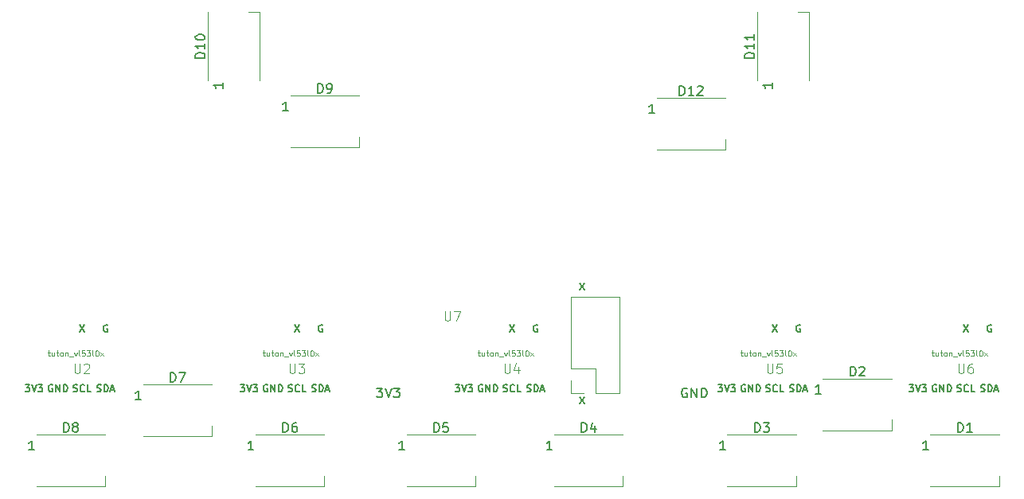
<source format=gbr>
%TF.GenerationSoftware,KiCad,Pcbnew,7.0.9*%
%TF.CreationDate,2024-10-01T14:40:39+09:00*%
%TF.ProjectId,03-front,30332d66-726f-46e7-942e-6b696361645f,rev?*%
%TF.SameCoordinates,Original*%
%TF.FileFunction,Legend,Top*%
%TF.FilePolarity,Positive*%
%FSLAX46Y46*%
G04 Gerber Fmt 4.6, Leading zero omitted, Abs format (unit mm)*
G04 Created by KiCad (PCBNEW 7.0.9) date 2024-10-01 14:40:39*
%MOMM*%
%LPD*%
G01*
G04 APERTURE LIST*
G04 Aperture macros list*
%AMRoundRect*
0 Rectangle with rounded corners*
0 $1 Rounding radius*
0 $2 $3 $4 $5 $6 $7 $8 $9 X,Y pos of 4 corners*
0 Add a 4 corners polygon primitive as box body*
4,1,4,$2,$3,$4,$5,$6,$7,$8,$9,$2,$3,0*
0 Add four circle primitives for the rounded corners*
1,1,$1+$1,$2,$3*
1,1,$1+$1,$4,$5*
1,1,$1+$1,$6,$7*
1,1,$1+$1,$8,$9*
0 Add four rect primitives between the rounded corners*
20,1,$1+$1,$2,$3,$4,$5,0*
20,1,$1+$1,$4,$5,$6,$7,0*
20,1,$1+$1,$6,$7,$8,$9,0*
20,1,$1+$1,$8,$9,$2,$3,0*%
G04 Aperture macros list end*
%ADD10C,0.150000*%
%ADD11C,0.100000*%
%ADD12C,0.152400*%
%ADD13C,0.120000*%
%ADD14C,1.524000*%
%ADD15R,1.500000X0.900000*%
%ADD16C,3.200000*%
%ADD17R,0.900000X1.500000*%
%ADD18R,1.700000X1.700000*%
%ADD19O,1.700000X1.700000*%
%ADD20RoundRect,0.250000X-0.725000X0.600000X-0.725000X-0.600000X0.725000X-0.600000X0.725000X0.600000X0*%
%ADD21O,1.950000X1.700000*%
G04 APERTURE END LIST*
D10*
X140576541Y-108724819D02*
X141195588Y-108724819D01*
X141195588Y-108724819D02*
X140862255Y-109105771D01*
X140862255Y-109105771D02*
X141005112Y-109105771D01*
X141005112Y-109105771D02*
X141100350Y-109153390D01*
X141100350Y-109153390D02*
X141147969Y-109201009D01*
X141147969Y-109201009D02*
X141195588Y-109296247D01*
X141195588Y-109296247D02*
X141195588Y-109534342D01*
X141195588Y-109534342D02*
X141147969Y-109629580D01*
X141147969Y-109629580D02*
X141100350Y-109677200D01*
X141100350Y-109677200D02*
X141005112Y-109724819D01*
X141005112Y-109724819D02*
X140719398Y-109724819D01*
X140719398Y-109724819D02*
X140624160Y-109677200D01*
X140624160Y-109677200D02*
X140576541Y-109629580D01*
X141481303Y-108724819D02*
X141814636Y-109724819D01*
X141814636Y-109724819D02*
X142147969Y-108724819D01*
X142386065Y-108724819D02*
X143005112Y-108724819D01*
X143005112Y-108724819D02*
X142671779Y-109105771D01*
X142671779Y-109105771D02*
X142814636Y-109105771D01*
X142814636Y-109105771D02*
X142909874Y-109153390D01*
X142909874Y-109153390D02*
X142957493Y-109201009D01*
X142957493Y-109201009D02*
X143005112Y-109296247D01*
X143005112Y-109296247D02*
X143005112Y-109534342D01*
X143005112Y-109534342D02*
X142957493Y-109629580D01*
X142957493Y-109629580D02*
X142909874Y-109677200D01*
X142909874Y-109677200D02*
X142814636Y-109724819D01*
X142814636Y-109724819D02*
X142528922Y-109724819D01*
X142528922Y-109724819D02*
X142433684Y-109677200D01*
X142433684Y-109677200D02*
X142386065Y-109629580D01*
X162166541Y-98294819D02*
X162690350Y-97628152D01*
X162166541Y-97628152D02*
X162690350Y-98294819D01*
X173580588Y-108772438D02*
X173485350Y-108724819D01*
X173485350Y-108724819D02*
X173342493Y-108724819D01*
X173342493Y-108724819D02*
X173199636Y-108772438D01*
X173199636Y-108772438D02*
X173104398Y-108867676D01*
X173104398Y-108867676D02*
X173056779Y-108962914D01*
X173056779Y-108962914D02*
X173009160Y-109153390D01*
X173009160Y-109153390D02*
X173009160Y-109296247D01*
X173009160Y-109296247D02*
X173056779Y-109486723D01*
X173056779Y-109486723D02*
X173104398Y-109581961D01*
X173104398Y-109581961D02*
X173199636Y-109677200D01*
X173199636Y-109677200D02*
X173342493Y-109724819D01*
X173342493Y-109724819D02*
X173437731Y-109724819D01*
X173437731Y-109724819D02*
X173580588Y-109677200D01*
X173580588Y-109677200D02*
X173628207Y-109629580D01*
X173628207Y-109629580D02*
X173628207Y-109296247D01*
X173628207Y-109296247D02*
X173437731Y-109296247D01*
X174056779Y-109724819D02*
X174056779Y-108724819D01*
X174056779Y-108724819D02*
X174628207Y-109724819D01*
X174628207Y-109724819D02*
X174628207Y-108724819D01*
X175104398Y-109724819D02*
X175104398Y-108724819D01*
X175104398Y-108724819D02*
X175342493Y-108724819D01*
X175342493Y-108724819D02*
X175485350Y-108772438D01*
X175485350Y-108772438D02*
X175580588Y-108867676D01*
X175580588Y-108867676D02*
X175628207Y-108962914D01*
X175628207Y-108962914D02*
X175675826Y-109153390D01*
X175675826Y-109153390D02*
X175675826Y-109296247D01*
X175675826Y-109296247D02*
X175628207Y-109486723D01*
X175628207Y-109486723D02*
X175580588Y-109581961D01*
X175580588Y-109581961D02*
X175485350Y-109677200D01*
X175485350Y-109677200D02*
X175342493Y-109724819D01*
X175342493Y-109724819D02*
X175104398Y-109724819D01*
X162166541Y-110359819D02*
X162690350Y-109693152D01*
X162166541Y-109693152D02*
X162690350Y-110359819D01*
D11*
X202438095Y-106137419D02*
X202438095Y-106946942D01*
X202438095Y-106946942D02*
X202485714Y-107042180D01*
X202485714Y-107042180D02*
X202533333Y-107089800D01*
X202533333Y-107089800D02*
X202628571Y-107137419D01*
X202628571Y-107137419D02*
X202819047Y-107137419D01*
X202819047Y-107137419D02*
X202914285Y-107089800D01*
X202914285Y-107089800D02*
X202961904Y-107042180D01*
X202961904Y-107042180D02*
X203009523Y-106946942D01*
X203009523Y-106946942D02*
X203009523Y-106137419D01*
X203914285Y-106137419D02*
X203723809Y-106137419D01*
X203723809Y-106137419D02*
X203628571Y-106185038D01*
X203628571Y-106185038D02*
X203580952Y-106232657D01*
X203580952Y-106232657D02*
X203485714Y-106375514D01*
X203485714Y-106375514D02*
X203438095Y-106565990D01*
X203438095Y-106565990D02*
X203438095Y-106946942D01*
X203438095Y-106946942D02*
X203485714Y-107042180D01*
X203485714Y-107042180D02*
X203533333Y-107089800D01*
X203533333Y-107089800D02*
X203628571Y-107137419D01*
X203628571Y-107137419D02*
X203819047Y-107137419D01*
X203819047Y-107137419D02*
X203914285Y-107089800D01*
X203914285Y-107089800D02*
X203961904Y-107042180D01*
X203961904Y-107042180D02*
X204009523Y-106946942D01*
X204009523Y-106946942D02*
X204009523Y-106708847D01*
X204009523Y-106708847D02*
X203961904Y-106613609D01*
X203961904Y-106613609D02*
X203914285Y-106565990D01*
X203914285Y-106565990D02*
X203819047Y-106518371D01*
X203819047Y-106518371D02*
X203628571Y-106518371D01*
X203628571Y-106518371D02*
X203533333Y-106565990D01*
X203533333Y-106565990D02*
X203485714Y-106613609D01*
X203485714Y-106613609D02*
X203438095Y-106708847D01*
X199593570Y-104931371D02*
X199822142Y-104931371D01*
X199679285Y-104731371D02*
X199679285Y-105245657D01*
X199679285Y-105245657D02*
X199707856Y-105302800D01*
X199707856Y-105302800D02*
X199764999Y-105331371D01*
X199764999Y-105331371D02*
X199822142Y-105331371D01*
X200279285Y-104931371D02*
X200279285Y-105331371D01*
X200022142Y-104931371D02*
X200022142Y-105245657D01*
X200022142Y-105245657D02*
X200050713Y-105302800D01*
X200050713Y-105302800D02*
X200107856Y-105331371D01*
X200107856Y-105331371D02*
X200193570Y-105331371D01*
X200193570Y-105331371D02*
X200250713Y-105302800D01*
X200250713Y-105302800D02*
X200279285Y-105274228D01*
X200479284Y-104931371D02*
X200707856Y-104931371D01*
X200564999Y-104731371D02*
X200564999Y-105245657D01*
X200564999Y-105245657D02*
X200593570Y-105302800D01*
X200593570Y-105302800D02*
X200650713Y-105331371D01*
X200650713Y-105331371D02*
X200707856Y-105331371D01*
X200993570Y-105331371D02*
X200936427Y-105302800D01*
X200936427Y-105302800D02*
X200907856Y-105274228D01*
X200907856Y-105274228D02*
X200879284Y-105217085D01*
X200879284Y-105217085D02*
X200879284Y-105045657D01*
X200879284Y-105045657D02*
X200907856Y-104988514D01*
X200907856Y-104988514D02*
X200936427Y-104959942D01*
X200936427Y-104959942D02*
X200993570Y-104931371D01*
X200993570Y-104931371D02*
X201079284Y-104931371D01*
X201079284Y-104931371D02*
X201136427Y-104959942D01*
X201136427Y-104959942D02*
X201164999Y-104988514D01*
X201164999Y-104988514D02*
X201193570Y-105045657D01*
X201193570Y-105045657D02*
X201193570Y-105217085D01*
X201193570Y-105217085D02*
X201164999Y-105274228D01*
X201164999Y-105274228D02*
X201136427Y-105302800D01*
X201136427Y-105302800D02*
X201079284Y-105331371D01*
X201079284Y-105331371D02*
X200993570Y-105331371D01*
X201450713Y-104931371D02*
X201450713Y-105331371D01*
X201450713Y-104988514D02*
X201479284Y-104959942D01*
X201479284Y-104959942D02*
X201536427Y-104931371D01*
X201536427Y-104931371D02*
X201622141Y-104931371D01*
X201622141Y-104931371D02*
X201679284Y-104959942D01*
X201679284Y-104959942D02*
X201707856Y-105017085D01*
X201707856Y-105017085D02*
X201707856Y-105331371D01*
X201850713Y-105388514D02*
X202307855Y-105388514D01*
X202393570Y-104931371D02*
X202536427Y-105331371D01*
X202536427Y-105331371D02*
X202679284Y-104931371D01*
X202993570Y-105331371D02*
X202936427Y-105302800D01*
X202936427Y-105302800D02*
X202907856Y-105245657D01*
X202907856Y-105245657D02*
X202907856Y-104731371D01*
X203507856Y-104731371D02*
X203222142Y-104731371D01*
X203222142Y-104731371D02*
X203193570Y-105017085D01*
X203193570Y-105017085D02*
X203222142Y-104988514D01*
X203222142Y-104988514D02*
X203279285Y-104959942D01*
X203279285Y-104959942D02*
X203422142Y-104959942D01*
X203422142Y-104959942D02*
X203479285Y-104988514D01*
X203479285Y-104988514D02*
X203507856Y-105017085D01*
X203507856Y-105017085D02*
X203536427Y-105074228D01*
X203536427Y-105074228D02*
X203536427Y-105217085D01*
X203536427Y-105217085D02*
X203507856Y-105274228D01*
X203507856Y-105274228D02*
X203479285Y-105302800D01*
X203479285Y-105302800D02*
X203422142Y-105331371D01*
X203422142Y-105331371D02*
X203279285Y-105331371D01*
X203279285Y-105331371D02*
X203222142Y-105302800D01*
X203222142Y-105302800D02*
X203193570Y-105274228D01*
X203736428Y-104731371D02*
X204107856Y-104731371D01*
X204107856Y-104731371D02*
X203907856Y-104959942D01*
X203907856Y-104959942D02*
X203993571Y-104959942D01*
X203993571Y-104959942D02*
X204050714Y-104988514D01*
X204050714Y-104988514D02*
X204079285Y-105017085D01*
X204079285Y-105017085D02*
X204107856Y-105074228D01*
X204107856Y-105074228D02*
X204107856Y-105217085D01*
X204107856Y-105217085D02*
X204079285Y-105274228D01*
X204079285Y-105274228D02*
X204050714Y-105302800D01*
X204050714Y-105302800D02*
X203993571Y-105331371D01*
X203993571Y-105331371D02*
X203822142Y-105331371D01*
X203822142Y-105331371D02*
X203764999Y-105302800D01*
X203764999Y-105302800D02*
X203736428Y-105274228D01*
X204450714Y-105331371D02*
X204393571Y-105302800D01*
X204393571Y-105302800D02*
X204365000Y-105245657D01*
X204365000Y-105245657D02*
X204365000Y-104731371D01*
X204793571Y-104731371D02*
X204850714Y-104731371D01*
X204850714Y-104731371D02*
X204907857Y-104759942D01*
X204907857Y-104759942D02*
X204936429Y-104788514D01*
X204936429Y-104788514D02*
X204965000Y-104845657D01*
X204965000Y-104845657D02*
X204993571Y-104959942D01*
X204993571Y-104959942D02*
X204993571Y-105102800D01*
X204993571Y-105102800D02*
X204965000Y-105217085D01*
X204965000Y-105217085D02*
X204936429Y-105274228D01*
X204936429Y-105274228D02*
X204907857Y-105302800D01*
X204907857Y-105302800D02*
X204850714Y-105331371D01*
X204850714Y-105331371D02*
X204793571Y-105331371D01*
X204793571Y-105331371D02*
X204736429Y-105302800D01*
X204736429Y-105302800D02*
X204707857Y-105274228D01*
X204707857Y-105274228D02*
X204679286Y-105217085D01*
X204679286Y-105217085D02*
X204650714Y-105102800D01*
X204650714Y-105102800D02*
X204650714Y-104959942D01*
X204650714Y-104959942D02*
X204679286Y-104845657D01*
X204679286Y-104845657D02*
X204707857Y-104788514D01*
X204707857Y-104788514D02*
X204736429Y-104759942D01*
X204736429Y-104759942D02*
X204793571Y-104731371D01*
X205193572Y-105331371D02*
X205507858Y-104931371D01*
X205193572Y-104931371D02*
X205507858Y-105331371D01*
D12*
X202292857Y-109082535D02*
X202401715Y-109118820D01*
X202401715Y-109118820D02*
X202583143Y-109118820D01*
X202583143Y-109118820D02*
X202655715Y-109082535D01*
X202655715Y-109082535D02*
X202692000Y-109046249D01*
X202692000Y-109046249D02*
X202728286Y-108973677D01*
X202728286Y-108973677D02*
X202728286Y-108901106D01*
X202728286Y-108901106D02*
X202692000Y-108828535D01*
X202692000Y-108828535D02*
X202655715Y-108792249D01*
X202655715Y-108792249D02*
X202583143Y-108755963D01*
X202583143Y-108755963D02*
X202438000Y-108719677D01*
X202438000Y-108719677D02*
X202365429Y-108683392D01*
X202365429Y-108683392D02*
X202329143Y-108647106D01*
X202329143Y-108647106D02*
X202292857Y-108574535D01*
X202292857Y-108574535D02*
X202292857Y-108501963D01*
X202292857Y-108501963D02*
X202329143Y-108429392D01*
X202329143Y-108429392D02*
X202365429Y-108393106D01*
X202365429Y-108393106D02*
X202438000Y-108356820D01*
X202438000Y-108356820D02*
X202619429Y-108356820D01*
X202619429Y-108356820D02*
X202728286Y-108393106D01*
X203490286Y-109046249D02*
X203454000Y-109082535D01*
X203454000Y-109082535D02*
X203345143Y-109118820D01*
X203345143Y-109118820D02*
X203272571Y-109118820D01*
X203272571Y-109118820D02*
X203163714Y-109082535D01*
X203163714Y-109082535D02*
X203091143Y-109009963D01*
X203091143Y-109009963D02*
X203054857Y-108937392D01*
X203054857Y-108937392D02*
X203018571Y-108792249D01*
X203018571Y-108792249D02*
X203018571Y-108683392D01*
X203018571Y-108683392D02*
X203054857Y-108538249D01*
X203054857Y-108538249D02*
X203091143Y-108465677D01*
X203091143Y-108465677D02*
X203163714Y-108393106D01*
X203163714Y-108393106D02*
X203272571Y-108356820D01*
X203272571Y-108356820D02*
X203345143Y-108356820D01*
X203345143Y-108356820D02*
X203454000Y-108393106D01*
X203454000Y-108393106D02*
X203490286Y-108429392D01*
X204179714Y-109118820D02*
X203816857Y-109118820D01*
X203816857Y-109118820D02*
X203816857Y-108356820D01*
X202946000Y-102006820D02*
X203454000Y-102768820D01*
X203454000Y-102006820D02*
X202946000Y-102768820D01*
X205939571Y-102043106D02*
X205867000Y-102006820D01*
X205867000Y-102006820D02*
X205758142Y-102006820D01*
X205758142Y-102006820D02*
X205649285Y-102043106D01*
X205649285Y-102043106D02*
X205576714Y-102115677D01*
X205576714Y-102115677D02*
X205540428Y-102188249D01*
X205540428Y-102188249D02*
X205504142Y-102333392D01*
X205504142Y-102333392D02*
X205504142Y-102442249D01*
X205504142Y-102442249D02*
X205540428Y-102587392D01*
X205540428Y-102587392D02*
X205576714Y-102659963D01*
X205576714Y-102659963D02*
X205649285Y-102732535D01*
X205649285Y-102732535D02*
X205758142Y-102768820D01*
X205758142Y-102768820D02*
X205830714Y-102768820D01*
X205830714Y-102768820D02*
X205939571Y-102732535D01*
X205939571Y-102732535D02*
X205975857Y-102696249D01*
X205975857Y-102696249D02*
X205975857Y-102442249D01*
X205975857Y-102442249D02*
X205830714Y-102442249D01*
X200079428Y-108393106D02*
X200006857Y-108356820D01*
X200006857Y-108356820D02*
X199897999Y-108356820D01*
X199897999Y-108356820D02*
X199789142Y-108393106D01*
X199789142Y-108393106D02*
X199716571Y-108465677D01*
X199716571Y-108465677D02*
X199680285Y-108538249D01*
X199680285Y-108538249D02*
X199643999Y-108683392D01*
X199643999Y-108683392D02*
X199643999Y-108792249D01*
X199643999Y-108792249D02*
X199680285Y-108937392D01*
X199680285Y-108937392D02*
X199716571Y-109009963D01*
X199716571Y-109009963D02*
X199789142Y-109082535D01*
X199789142Y-109082535D02*
X199897999Y-109118820D01*
X199897999Y-109118820D02*
X199970571Y-109118820D01*
X199970571Y-109118820D02*
X200079428Y-109082535D01*
X200079428Y-109082535D02*
X200115714Y-109046249D01*
X200115714Y-109046249D02*
X200115714Y-108792249D01*
X200115714Y-108792249D02*
X199970571Y-108792249D01*
X200442285Y-109118820D02*
X200442285Y-108356820D01*
X200442285Y-108356820D02*
X200877714Y-109118820D01*
X200877714Y-109118820D02*
X200877714Y-108356820D01*
X201240571Y-109118820D02*
X201240571Y-108356820D01*
X201240571Y-108356820D02*
X201422000Y-108356820D01*
X201422000Y-108356820D02*
X201530857Y-108393106D01*
X201530857Y-108393106D02*
X201603428Y-108465677D01*
X201603428Y-108465677D02*
X201639714Y-108538249D01*
X201639714Y-108538249D02*
X201676000Y-108683392D01*
X201676000Y-108683392D02*
X201676000Y-108792249D01*
X201676000Y-108792249D02*
X201639714Y-108937392D01*
X201639714Y-108937392D02*
X201603428Y-109009963D01*
X201603428Y-109009963D02*
X201530857Y-109082535D01*
X201530857Y-109082535D02*
X201422000Y-109118820D01*
X201422000Y-109118820D02*
X201240571Y-109118820D01*
X197176572Y-108356820D02*
X197648286Y-108356820D01*
X197648286Y-108356820D02*
X197394286Y-108647106D01*
X197394286Y-108647106D02*
X197503143Y-108647106D01*
X197503143Y-108647106D02*
X197575715Y-108683392D01*
X197575715Y-108683392D02*
X197612000Y-108719677D01*
X197612000Y-108719677D02*
X197648286Y-108792249D01*
X197648286Y-108792249D02*
X197648286Y-108973677D01*
X197648286Y-108973677D02*
X197612000Y-109046249D01*
X197612000Y-109046249D02*
X197575715Y-109082535D01*
X197575715Y-109082535D02*
X197503143Y-109118820D01*
X197503143Y-109118820D02*
X197285429Y-109118820D01*
X197285429Y-109118820D02*
X197212857Y-109082535D01*
X197212857Y-109082535D02*
X197176572Y-109046249D01*
X197866000Y-108356820D02*
X198120000Y-109118820D01*
X198120000Y-109118820D02*
X198374000Y-108356820D01*
X198555429Y-108356820D02*
X199027143Y-108356820D01*
X199027143Y-108356820D02*
X198773143Y-108647106D01*
X198773143Y-108647106D02*
X198882000Y-108647106D01*
X198882000Y-108647106D02*
X198954572Y-108683392D01*
X198954572Y-108683392D02*
X198990857Y-108719677D01*
X198990857Y-108719677D02*
X199027143Y-108792249D01*
X199027143Y-108792249D02*
X199027143Y-108973677D01*
X199027143Y-108973677D02*
X198990857Y-109046249D01*
X198990857Y-109046249D02*
X198954572Y-109082535D01*
X198954572Y-109082535D02*
X198882000Y-109118820D01*
X198882000Y-109118820D02*
X198664286Y-109118820D01*
X198664286Y-109118820D02*
X198591714Y-109082535D01*
X198591714Y-109082535D02*
X198555429Y-109046249D01*
X204814714Y-109082535D02*
X204923572Y-109118820D01*
X204923572Y-109118820D02*
X205105000Y-109118820D01*
X205105000Y-109118820D02*
X205177572Y-109082535D01*
X205177572Y-109082535D02*
X205213857Y-109046249D01*
X205213857Y-109046249D02*
X205250143Y-108973677D01*
X205250143Y-108973677D02*
X205250143Y-108901106D01*
X205250143Y-108901106D02*
X205213857Y-108828535D01*
X205213857Y-108828535D02*
X205177572Y-108792249D01*
X205177572Y-108792249D02*
X205105000Y-108755963D01*
X205105000Y-108755963D02*
X204959857Y-108719677D01*
X204959857Y-108719677D02*
X204887286Y-108683392D01*
X204887286Y-108683392D02*
X204851000Y-108647106D01*
X204851000Y-108647106D02*
X204814714Y-108574535D01*
X204814714Y-108574535D02*
X204814714Y-108501963D01*
X204814714Y-108501963D02*
X204851000Y-108429392D01*
X204851000Y-108429392D02*
X204887286Y-108393106D01*
X204887286Y-108393106D02*
X204959857Y-108356820D01*
X204959857Y-108356820D02*
X205141286Y-108356820D01*
X205141286Y-108356820D02*
X205250143Y-108393106D01*
X205576714Y-109118820D02*
X205576714Y-108356820D01*
X205576714Y-108356820D02*
X205758143Y-108356820D01*
X205758143Y-108356820D02*
X205867000Y-108393106D01*
X205867000Y-108393106D02*
X205939571Y-108465677D01*
X205939571Y-108465677D02*
X205975857Y-108538249D01*
X205975857Y-108538249D02*
X206012143Y-108683392D01*
X206012143Y-108683392D02*
X206012143Y-108792249D01*
X206012143Y-108792249D02*
X205975857Y-108937392D01*
X205975857Y-108937392D02*
X205939571Y-109009963D01*
X205939571Y-109009963D02*
X205867000Y-109082535D01*
X205867000Y-109082535D02*
X205758143Y-109118820D01*
X205758143Y-109118820D02*
X205576714Y-109118820D01*
X206302428Y-108901106D02*
X206665286Y-108901106D01*
X206229857Y-109118820D02*
X206483857Y-108356820D01*
X206483857Y-108356820D02*
X206737857Y-109118820D01*
D10*
X202371905Y-113414819D02*
X202371905Y-112414819D01*
X202371905Y-112414819D02*
X202610000Y-112414819D01*
X202610000Y-112414819D02*
X202752857Y-112462438D01*
X202752857Y-112462438D02*
X202848095Y-112557676D01*
X202848095Y-112557676D02*
X202895714Y-112652914D01*
X202895714Y-112652914D02*
X202943333Y-112843390D01*
X202943333Y-112843390D02*
X202943333Y-112986247D01*
X202943333Y-112986247D02*
X202895714Y-113176723D01*
X202895714Y-113176723D02*
X202848095Y-113271961D01*
X202848095Y-113271961D02*
X202752857Y-113367200D01*
X202752857Y-113367200D02*
X202610000Y-113414819D01*
X202610000Y-113414819D02*
X202371905Y-113414819D01*
X203895714Y-113414819D02*
X203324286Y-113414819D01*
X203610000Y-113414819D02*
X203610000Y-112414819D01*
X203610000Y-112414819D02*
X203514762Y-112557676D01*
X203514762Y-112557676D02*
X203419524Y-112652914D01*
X203419524Y-112652914D02*
X203324286Y-112700533D01*
X199245714Y-115314819D02*
X198674286Y-115314819D01*
X198960000Y-115314819D02*
X198960000Y-114314819D01*
X198960000Y-114314819D02*
X198864762Y-114457676D01*
X198864762Y-114457676D02*
X198769524Y-114552914D01*
X198769524Y-114552914D02*
X198674286Y-114600533D01*
X134311905Y-77344819D02*
X134311905Y-76344819D01*
X134311905Y-76344819D02*
X134550000Y-76344819D01*
X134550000Y-76344819D02*
X134692857Y-76392438D01*
X134692857Y-76392438D02*
X134788095Y-76487676D01*
X134788095Y-76487676D02*
X134835714Y-76582914D01*
X134835714Y-76582914D02*
X134883333Y-76773390D01*
X134883333Y-76773390D02*
X134883333Y-76916247D01*
X134883333Y-76916247D02*
X134835714Y-77106723D01*
X134835714Y-77106723D02*
X134788095Y-77201961D01*
X134788095Y-77201961D02*
X134692857Y-77297200D01*
X134692857Y-77297200D02*
X134550000Y-77344819D01*
X134550000Y-77344819D02*
X134311905Y-77344819D01*
X135359524Y-77344819D02*
X135550000Y-77344819D01*
X135550000Y-77344819D02*
X135645238Y-77297200D01*
X135645238Y-77297200D02*
X135692857Y-77249580D01*
X135692857Y-77249580D02*
X135788095Y-77106723D01*
X135788095Y-77106723D02*
X135835714Y-76916247D01*
X135835714Y-76916247D02*
X135835714Y-76535295D01*
X135835714Y-76535295D02*
X135788095Y-76440057D01*
X135788095Y-76440057D02*
X135740476Y-76392438D01*
X135740476Y-76392438D02*
X135645238Y-76344819D01*
X135645238Y-76344819D02*
X135454762Y-76344819D01*
X135454762Y-76344819D02*
X135359524Y-76392438D01*
X135359524Y-76392438D02*
X135311905Y-76440057D01*
X135311905Y-76440057D02*
X135264286Y-76535295D01*
X135264286Y-76535295D02*
X135264286Y-76773390D01*
X135264286Y-76773390D02*
X135311905Y-76868628D01*
X135311905Y-76868628D02*
X135359524Y-76916247D01*
X135359524Y-76916247D02*
X135454762Y-76963866D01*
X135454762Y-76963866D02*
X135645238Y-76963866D01*
X135645238Y-76963866D02*
X135740476Y-76916247D01*
X135740476Y-76916247D02*
X135788095Y-76868628D01*
X135788095Y-76868628D02*
X135835714Y-76773390D01*
X131185714Y-79244819D02*
X130614286Y-79244819D01*
X130900000Y-79244819D02*
X130900000Y-78244819D01*
X130900000Y-78244819D02*
X130804762Y-78387676D01*
X130804762Y-78387676D02*
X130709524Y-78482914D01*
X130709524Y-78482914D02*
X130614286Y-78530533D01*
D11*
X154178095Y-106137419D02*
X154178095Y-106946942D01*
X154178095Y-106946942D02*
X154225714Y-107042180D01*
X154225714Y-107042180D02*
X154273333Y-107089800D01*
X154273333Y-107089800D02*
X154368571Y-107137419D01*
X154368571Y-107137419D02*
X154559047Y-107137419D01*
X154559047Y-107137419D02*
X154654285Y-107089800D01*
X154654285Y-107089800D02*
X154701904Y-107042180D01*
X154701904Y-107042180D02*
X154749523Y-106946942D01*
X154749523Y-106946942D02*
X154749523Y-106137419D01*
X155654285Y-106470752D02*
X155654285Y-107137419D01*
X155416190Y-106089800D02*
X155178095Y-106804085D01*
X155178095Y-106804085D02*
X155797142Y-106804085D01*
D12*
X157679571Y-102043106D02*
X157607000Y-102006820D01*
X157607000Y-102006820D02*
X157498142Y-102006820D01*
X157498142Y-102006820D02*
X157389285Y-102043106D01*
X157389285Y-102043106D02*
X157316714Y-102115677D01*
X157316714Y-102115677D02*
X157280428Y-102188249D01*
X157280428Y-102188249D02*
X157244142Y-102333392D01*
X157244142Y-102333392D02*
X157244142Y-102442249D01*
X157244142Y-102442249D02*
X157280428Y-102587392D01*
X157280428Y-102587392D02*
X157316714Y-102659963D01*
X157316714Y-102659963D02*
X157389285Y-102732535D01*
X157389285Y-102732535D02*
X157498142Y-102768820D01*
X157498142Y-102768820D02*
X157570714Y-102768820D01*
X157570714Y-102768820D02*
X157679571Y-102732535D01*
X157679571Y-102732535D02*
X157715857Y-102696249D01*
X157715857Y-102696249D02*
X157715857Y-102442249D01*
X157715857Y-102442249D02*
X157570714Y-102442249D01*
X156554714Y-109082535D02*
X156663572Y-109118820D01*
X156663572Y-109118820D02*
X156845000Y-109118820D01*
X156845000Y-109118820D02*
X156917572Y-109082535D01*
X156917572Y-109082535D02*
X156953857Y-109046249D01*
X156953857Y-109046249D02*
X156990143Y-108973677D01*
X156990143Y-108973677D02*
X156990143Y-108901106D01*
X156990143Y-108901106D02*
X156953857Y-108828535D01*
X156953857Y-108828535D02*
X156917572Y-108792249D01*
X156917572Y-108792249D02*
X156845000Y-108755963D01*
X156845000Y-108755963D02*
X156699857Y-108719677D01*
X156699857Y-108719677D02*
X156627286Y-108683392D01*
X156627286Y-108683392D02*
X156591000Y-108647106D01*
X156591000Y-108647106D02*
X156554714Y-108574535D01*
X156554714Y-108574535D02*
X156554714Y-108501963D01*
X156554714Y-108501963D02*
X156591000Y-108429392D01*
X156591000Y-108429392D02*
X156627286Y-108393106D01*
X156627286Y-108393106D02*
X156699857Y-108356820D01*
X156699857Y-108356820D02*
X156881286Y-108356820D01*
X156881286Y-108356820D02*
X156990143Y-108393106D01*
X157316714Y-109118820D02*
X157316714Y-108356820D01*
X157316714Y-108356820D02*
X157498143Y-108356820D01*
X157498143Y-108356820D02*
X157607000Y-108393106D01*
X157607000Y-108393106D02*
X157679571Y-108465677D01*
X157679571Y-108465677D02*
X157715857Y-108538249D01*
X157715857Y-108538249D02*
X157752143Y-108683392D01*
X157752143Y-108683392D02*
X157752143Y-108792249D01*
X157752143Y-108792249D02*
X157715857Y-108937392D01*
X157715857Y-108937392D02*
X157679571Y-109009963D01*
X157679571Y-109009963D02*
X157607000Y-109082535D01*
X157607000Y-109082535D02*
X157498143Y-109118820D01*
X157498143Y-109118820D02*
X157316714Y-109118820D01*
X158042428Y-108901106D02*
X158405286Y-108901106D01*
X157969857Y-109118820D02*
X158223857Y-108356820D01*
X158223857Y-108356820D02*
X158477857Y-109118820D01*
X151819428Y-108393106D02*
X151746857Y-108356820D01*
X151746857Y-108356820D02*
X151637999Y-108356820D01*
X151637999Y-108356820D02*
X151529142Y-108393106D01*
X151529142Y-108393106D02*
X151456571Y-108465677D01*
X151456571Y-108465677D02*
X151420285Y-108538249D01*
X151420285Y-108538249D02*
X151383999Y-108683392D01*
X151383999Y-108683392D02*
X151383999Y-108792249D01*
X151383999Y-108792249D02*
X151420285Y-108937392D01*
X151420285Y-108937392D02*
X151456571Y-109009963D01*
X151456571Y-109009963D02*
X151529142Y-109082535D01*
X151529142Y-109082535D02*
X151637999Y-109118820D01*
X151637999Y-109118820D02*
X151710571Y-109118820D01*
X151710571Y-109118820D02*
X151819428Y-109082535D01*
X151819428Y-109082535D02*
X151855714Y-109046249D01*
X151855714Y-109046249D02*
X151855714Y-108792249D01*
X151855714Y-108792249D02*
X151710571Y-108792249D01*
X152182285Y-109118820D02*
X152182285Y-108356820D01*
X152182285Y-108356820D02*
X152617714Y-109118820D01*
X152617714Y-109118820D02*
X152617714Y-108356820D01*
X152980571Y-109118820D02*
X152980571Y-108356820D01*
X152980571Y-108356820D02*
X153162000Y-108356820D01*
X153162000Y-108356820D02*
X153270857Y-108393106D01*
X153270857Y-108393106D02*
X153343428Y-108465677D01*
X153343428Y-108465677D02*
X153379714Y-108538249D01*
X153379714Y-108538249D02*
X153416000Y-108683392D01*
X153416000Y-108683392D02*
X153416000Y-108792249D01*
X153416000Y-108792249D02*
X153379714Y-108937392D01*
X153379714Y-108937392D02*
X153343428Y-109009963D01*
X153343428Y-109009963D02*
X153270857Y-109082535D01*
X153270857Y-109082535D02*
X153162000Y-109118820D01*
X153162000Y-109118820D02*
X152980571Y-109118820D01*
D11*
X151333570Y-104931371D02*
X151562142Y-104931371D01*
X151419285Y-104731371D02*
X151419285Y-105245657D01*
X151419285Y-105245657D02*
X151447856Y-105302800D01*
X151447856Y-105302800D02*
X151504999Y-105331371D01*
X151504999Y-105331371D02*
X151562142Y-105331371D01*
X152019285Y-104931371D02*
X152019285Y-105331371D01*
X151762142Y-104931371D02*
X151762142Y-105245657D01*
X151762142Y-105245657D02*
X151790713Y-105302800D01*
X151790713Y-105302800D02*
X151847856Y-105331371D01*
X151847856Y-105331371D02*
X151933570Y-105331371D01*
X151933570Y-105331371D02*
X151990713Y-105302800D01*
X151990713Y-105302800D02*
X152019285Y-105274228D01*
X152219284Y-104931371D02*
X152447856Y-104931371D01*
X152304999Y-104731371D02*
X152304999Y-105245657D01*
X152304999Y-105245657D02*
X152333570Y-105302800D01*
X152333570Y-105302800D02*
X152390713Y-105331371D01*
X152390713Y-105331371D02*
X152447856Y-105331371D01*
X152733570Y-105331371D02*
X152676427Y-105302800D01*
X152676427Y-105302800D02*
X152647856Y-105274228D01*
X152647856Y-105274228D02*
X152619284Y-105217085D01*
X152619284Y-105217085D02*
X152619284Y-105045657D01*
X152619284Y-105045657D02*
X152647856Y-104988514D01*
X152647856Y-104988514D02*
X152676427Y-104959942D01*
X152676427Y-104959942D02*
X152733570Y-104931371D01*
X152733570Y-104931371D02*
X152819284Y-104931371D01*
X152819284Y-104931371D02*
X152876427Y-104959942D01*
X152876427Y-104959942D02*
X152904999Y-104988514D01*
X152904999Y-104988514D02*
X152933570Y-105045657D01*
X152933570Y-105045657D02*
X152933570Y-105217085D01*
X152933570Y-105217085D02*
X152904999Y-105274228D01*
X152904999Y-105274228D02*
X152876427Y-105302800D01*
X152876427Y-105302800D02*
X152819284Y-105331371D01*
X152819284Y-105331371D02*
X152733570Y-105331371D01*
X153190713Y-104931371D02*
X153190713Y-105331371D01*
X153190713Y-104988514D02*
X153219284Y-104959942D01*
X153219284Y-104959942D02*
X153276427Y-104931371D01*
X153276427Y-104931371D02*
X153362141Y-104931371D01*
X153362141Y-104931371D02*
X153419284Y-104959942D01*
X153419284Y-104959942D02*
X153447856Y-105017085D01*
X153447856Y-105017085D02*
X153447856Y-105331371D01*
X153590713Y-105388514D02*
X154047855Y-105388514D01*
X154133570Y-104931371D02*
X154276427Y-105331371D01*
X154276427Y-105331371D02*
X154419284Y-104931371D01*
X154733570Y-105331371D02*
X154676427Y-105302800D01*
X154676427Y-105302800D02*
X154647856Y-105245657D01*
X154647856Y-105245657D02*
X154647856Y-104731371D01*
X155247856Y-104731371D02*
X154962142Y-104731371D01*
X154962142Y-104731371D02*
X154933570Y-105017085D01*
X154933570Y-105017085D02*
X154962142Y-104988514D01*
X154962142Y-104988514D02*
X155019285Y-104959942D01*
X155019285Y-104959942D02*
X155162142Y-104959942D01*
X155162142Y-104959942D02*
X155219285Y-104988514D01*
X155219285Y-104988514D02*
X155247856Y-105017085D01*
X155247856Y-105017085D02*
X155276427Y-105074228D01*
X155276427Y-105074228D02*
X155276427Y-105217085D01*
X155276427Y-105217085D02*
X155247856Y-105274228D01*
X155247856Y-105274228D02*
X155219285Y-105302800D01*
X155219285Y-105302800D02*
X155162142Y-105331371D01*
X155162142Y-105331371D02*
X155019285Y-105331371D01*
X155019285Y-105331371D02*
X154962142Y-105302800D01*
X154962142Y-105302800D02*
X154933570Y-105274228D01*
X155476428Y-104731371D02*
X155847856Y-104731371D01*
X155847856Y-104731371D02*
X155647856Y-104959942D01*
X155647856Y-104959942D02*
X155733571Y-104959942D01*
X155733571Y-104959942D02*
X155790714Y-104988514D01*
X155790714Y-104988514D02*
X155819285Y-105017085D01*
X155819285Y-105017085D02*
X155847856Y-105074228D01*
X155847856Y-105074228D02*
X155847856Y-105217085D01*
X155847856Y-105217085D02*
X155819285Y-105274228D01*
X155819285Y-105274228D02*
X155790714Y-105302800D01*
X155790714Y-105302800D02*
X155733571Y-105331371D01*
X155733571Y-105331371D02*
X155562142Y-105331371D01*
X155562142Y-105331371D02*
X155504999Y-105302800D01*
X155504999Y-105302800D02*
X155476428Y-105274228D01*
X156190714Y-105331371D02*
X156133571Y-105302800D01*
X156133571Y-105302800D02*
X156105000Y-105245657D01*
X156105000Y-105245657D02*
X156105000Y-104731371D01*
X156533571Y-104731371D02*
X156590714Y-104731371D01*
X156590714Y-104731371D02*
X156647857Y-104759942D01*
X156647857Y-104759942D02*
X156676429Y-104788514D01*
X156676429Y-104788514D02*
X156705000Y-104845657D01*
X156705000Y-104845657D02*
X156733571Y-104959942D01*
X156733571Y-104959942D02*
X156733571Y-105102800D01*
X156733571Y-105102800D02*
X156705000Y-105217085D01*
X156705000Y-105217085D02*
X156676429Y-105274228D01*
X156676429Y-105274228D02*
X156647857Y-105302800D01*
X156647857Y-105302800D02*
X156590714Y-105331371D01*
X156590714Y-105331371D02*
X156533571Y-105331371D01*
X156533571Y-105331371D02*
X156476429Y-105302800D01*
X156476429Y-105302800D02*
X156447857Y-105274228D01*
X156447857Y-105274228D02*
X156419286Y-105217085D01*
X156419286Y-105217085D02*
X156390714Y-105102800D01*
X156390714Y-105102800D02*
X156390714Y-104959942D01*
X156390714Y-104959942D02*
X156419286Y-104845657D01*
X156419286Y-104845657D02*
X156447857Y-104788514D01*
X156447857Y-104788514D02*
X156476429Y-104759942D01*
X156476429Y-104759942D02*
X156533571Y-104731371D01*
X156933572Y-105331371D02*
X157247858Y-104931371D01*
X156933572Y-104931371D02*
X157247858Y-105331371D01*
D12*
X154032857Y-109082535D02*
X154141715Y-109118820D01*
X154141715Y-109118820D02*
X154323143Y-109118820D01*
X154323143Y-109118820D02*
X154395715Y-109082535D01*
X154395715Y-109082535D02*
X154432000Y-109046249D01*
X154432000Y-109046249D02*
X154468286Y-108973677D01*
X154468286Y-108973677D02*
X154468286Y-108901106D01*
X154468286Y-108901106D02*
X154432000Y-108828535D01*
X154432000Y-108828535D02*
X154395715Y-108792249D01*
X154395715Y-108792249D02*
X154323143Y-108755963D01*
X154323143Y-108755963D02*
X154178000Y-108719677D01*
X154178000Y-108719677D02*
X154105429Y-108683392D01*
X154105429Y-108683392D02*
X154069143Y-108647106D01*
X154069143Y-108647106D02*
X154032857Y-108574535D01*
X154032857Y-108574535D02*
X154032857Y-108501963D01*
X154032857Y-108501963D02*
X154069143Y-108429392D01*
X154069143Y-108429392D02*
X154105429Y-108393106D01*
X154105429Y-108393106D02*
X154178000Y-108356820D01*
X154178000Y-108356820D02*
X154359429Y-108356820D01*
X154359429Y-108356820D02*
X154468286Y-108393106D01*
X155230286Y-109046249D02*
X155194000Y-109082535D01*
X155194000Y-109082535D02*
X155085143Y-109118820D01*
X155085143Y-109118820D02*
X155012571Y-109118820D01*
X155012571Y-109118820D02*
X154903714Y-109082535D01*
X154903714Y-109082535D02*
X154831143Y-109009963D01*
X154831143Y-109009963D02*
X154794857Y-108937392D01*
X154794857Y-108937392D02*
X154758571Y-108792249D01*
X154758571Y-108792249D02*
X154758571Y-108683392D01*
X154758571Y-108683392D02*
X154794857Y-108538249D01*
X154794857Y-108538249D02*
X154831143Y-108465677D01*
X154831143Y-108465677D02*
X154903714Y-108393106D01*
X154903714Y-108393106D02*
X155012571Y-108356820D01*
X155012571Y-108356820D02*
X155085143Y-108356820D01*
X155085143Y-108356820D02*
X155194000Y-108393106D01*
X155194000Y-108393106D02*
X155230286Y-108429392D01*
X155919714Y-109118820D02*
X155556857Y-109118820D01*
X155556857Y-109118820D02*
X155556857Y-108356820D01*
X148916572Y-108356820D02*
X149388286Y-108356820D01*
X149388286Y-108356820D02*
X149134286Y-108647106D01*
X149134286Y-108647106D02*
X149243143Y-108647106D01*
X149243143Y-108647106D02*
X149315715Y-108683392D01*
X149315715Y-108683392D02*
X149352000Y-108719677D01*
X149352000Y-108719677D02*
X149388286Y-108792249D01*
X149388286Y-108792249D02*
X149388286Y-108973677D01*
X149388286Y-108973677D02*
X149352000Y-109046249D01*
X149352000Y-109046249D02*
X149315715Y-109082535D01*
X149315715Y-109082535D02*
X149243143Y-109118820D01*
X149243143Y-109118820D02*
X149025429Y-109118820D01*
X149025429Y-109118820D02*
X148952857Y-109082535D01*
X148952857Y-109082535D02*
X148916572Y-109046249D01*
X149606000Y-108356820D02*
X149860000Y-109118820D01*
X149860000Y-109118820D02*
X150114000Y-108356820D01*
X150295429Y-108356820D02*
X150767143Y-108356820D01*
X150767143Y-108356820D02*
X150513143Y-108647106D01*
X150513143Y-108647106D02*
X150622000Y-108647106D01*
X150622000Y-108647106D02*
X150694572Y-108683392D01*
X150694572Y-108683392D02*
X150730857Y-108719677D01*
X150730857Y-108719677D02*
X150767143Y-108792249D01*
X150767143Y-108792249D02*
X150767143Y-108973677D01*
X150767143Y-108973677D02*
X150730857Y-109046249D01*
X150730857Y-109046249D02*
X150694572Y-109082535D01*
X150694572Y-109082535D02*
X150622000Y-109118820D01*
X150622000Y-109118820D02*
X150404286Y-109118820D01*
X150404286Y-109118820D02*
X150331714Y-109082535D01*
X150331714Y-109082535D02*
X150295429Y-109046249D01*
X154686000Y-102006820D02*
X155194000Y-102768820D01*
X155194000Y-102006820D02*
X154686000Y-102768820D01*
D11*
X131318095Y-106137419D02*
X131318095Y-106946942D01*
X131318095Y-106946942D02*
X131365714Y-107042180D01*
X131365714Y-107042180D02*
X131413333Y-107089800D01*
X131413333Y-107089800D02*
X131508571Y-107137419D01*
X131508571Y-107137419D02*
X131699047Y-107137419D01*
X131699047Y-107137419D02*
X131794285Y-107089800D01*
X131794285Y-107089800D02*
X131841904Y-107042180D01*
X131841904Y-107042180D02*
X131889523Y-106946942D01*
X131889523Y-106946942D02*
X131889523Y-106137419D01*
X132270476Y-106137419D02*
X132889523Y-106137419D01*
X132889523Y-106137419D02*
X132556190Y-106518371D01*
X132556190Y-106518371D02*
X132699047Y-106518371D01*
X132699047Y-106518371D02*
X132794285Y-106565990D01*
X132794285Y-106565990D02*
X132841904Y-106613609D01*
X132841904Y-106613609D02*
X132889523Y-106708847D01*
X132889523Y-106708847D02*
X132889523Y-106946942D01*
X132889523Y-106946942D02*
X132841904Y-107042180D01*
X132841904Y-107042180D02*
X132794285Y-107089800D01*
X132794285Y-107089800D02*
X132699047Y-107137419D01*
X132699047Y-107137419D02*
X132413333Y-107137419D01*
X132413333Y-107137419D02*
X132318095Y-107089800D01*
X132318095Y-107089800D02*
X132270476Y-107042180D01*
D12*
X126056572Y-108356820D02*
X126528286Y-108356820D01*
X126528286Y-108356820D02*
X126274286Y-108647106D01*
X126274286Y-108647106D02*
X126383143Y-108647106D01*
X126383143Y-108647106D02*
X126455715Y-108683392D01*
X126455715Y-108683392D02*
X126492000Y-108719677D01*
X126492000Y-108719677D02*
X126528286Y-108792249D01*
X126528286Y-108792249D02*
X126528286Y-108973677D01*
X126528286Y-108973677D02*
X126492000Y-109046249D01*
X126492000Y-109046249D02*
X126455715Y-109082535D01*
X126455715Y-109082535D02*
X126383143Y-109118820D01*
X126383143Y-109118820D02*
X126165429Y-109118820D01*
X126165429Y-109118820D02*
X126092857Y-109082535D01*
X126092857Y-109082535D02*
X126056572Y-109046249D01*
X126746000Y-108356820D02*
X127000000Y-109118820D01*
X127000000Y-109118820D02*
X127254000Y-108356820D01*
X127435429Y-108356820D02*
X127907143Y-108356820D01*
X127907143Y-108356820D02*
X127653143Y-108647106D01*
X127653143Y-108647106D02*
X127762000Y-108647106D01*
X127762000Y-108647106D02*
X127834572Y-108683392D01*
X127834572Y-108683392D02*
X127870857Y-108719677D01*
X127870857Y-108719677D02*
X127907143Y-108792249D01*
X127907143Y-108792249D02*
X127907143Y-108973677D01*
X127907143Y-108973677D02*
X127870857Y-109046249D01*
X127870857Y-109046249D02*
X127834572Y-109082535D01*
X127834572Y-109082535D02*
X127762000Y-109118820D01*
X127762000Y-109118820D02*
X127544286Y-109118820D01*
X127544286Y-109118820D02*
X127471714Y-109082535D01*
X127471714Y-109082535D02*
X127435429Y-109046249D01*
X131172857Y-109082535D02*
X131281715Y-109118820D01*
X131281715Y-109118820D02*
X131463143Y-109118820D01*
X131463143Y-109118820D02*
X131535715Y-109082535D01*
X131535715Y-109082535D02*
X131572000Y-109046249D01*
X131572000Y-109046249D02*
X131608286Y-108973677D01*
X131608286Y-108973677D02*
X131608286Y-108901106D01*
X131608286Y-108901106D02*
X131572000Y-108828535D01*
X131572000Y-108828535D02*
X131535715Y-108792249D01*
X131535715Y-108792249D02*
X131463143Y-108755963D01*
X131463143Y-108755963D02*
X131318000Y-108719677D01*
X131318000Y-108719677D02*
X131245429Y-108683392D01*
X131245429Y-108683392D02*
X131209143Y-108647106D01*
X131209143Y-108647106D02*
X131172857Y-108574535D01*
X131172857Y-108574535D02*
X131172857Y-108501963D01*
X131172857Y-108501963D02*
X131209143Y-108429392D01*
X131209143Y-108429392D02*
X131245429Y-108393106D01*
X131245429Y-108393106D02*
X131318000Y-108356820D01*
X131318000Y-108356820D02*
X131499429Y-108356820D01*
X131499429Y-108356820D02*
X131608286Y-108393106D01*
X132370286Y-109046249D02*
X132334000Y-109082535D01*
X132334000Y-109082535D02*
X132225143Y-109118820D01*
X132225143Y-109118820D02*
X132152571Y-109118820D01*
X132152571Y-109118820D02*
X132043714Y-109082535D01*
X132043714Y-109082535D02*
X131971143Y-109009963D01*
X131971143Y-109009963D02*
X131934857Y-108937392D01*
X131934857Y-108937392D02*
X131898571Y-108792249D01*
X131898571Y-108792249D02*
X131898571Y-108683392D01*
X131898571Y-108683392D02*
X131934857Y-108538249D01*
X131934857Y-108538249D02*
X131971143Y-108465677D01*
X131971143Y-108465677D02*
X132043714Y-108393106D01*
X132043714Y-108393106D02*
X132152571Y-108356820D01*
X132152571Y-108356820D02*
X132225143Y-108356820D01*
X132225143Y-108356820D02*
X132334000Y-108393106D01*
X132334000Y-108393106D02*
X132370286Y-108429392D01*
X133059714Y-109118820D02*
X132696857Y-109118820D01*
X132696857Y-109118820D02*
X132696857Y-108356820D01*
X128959428Y-108393106D02*
X128886857Y-108356820D01*
X128886857Y-108356820D02*
X128777999Y-108356820D01*
X128777999Y-108356820D02*
X128669142Y-108393106D01*
X128669142Y-108393106D02*
X128596571Y-108465677D01*
X128596571Y-108465677D02*
X128560285Y-108538249D01*
X128560285Y-108538249D02*
X128523999Y-108683392D01*
X128523999Y-108683392D02*
X128523999Y-108792249D01*
X128523999Y-108792249D02*
X128560285Y-108937392D01*
X128560285Y-108937392D02*
X128596571Y-109009963D01*
X128596571Y-109009963D02*
X128669142Y-109082535D01*
X128669142Y-109082535D02*
X128777999Y-109118820D01*
X128777999Y-109118820D02*
X128850571Y-109118820D01*
X128850571Y-109118820D02*
X128959428Y-109082535D01*
X128959428Y-109082535D02*
X128995714Y-109046249D01*
X128995714Y-109046249D02*
X128995714Y-108792249D01*
X128995714Y-108792249D02*
X128850571Y-108792249D01*
X129322285Y-109118820D02*
X129322285Y-108356820D01*
X129322285Y-108356820D02*
X129757714Y-109118820D01*
X129757714Y-109118820D02*
X129757714Y-108356820D01*
X130120571Y-109118820D02*
X130120571Y-108356820D01*
X130120571Y-108356820D02*
X130302000Y-108356820D01*
X130302000Y-108356820D02*
X130410857Y-108393106D01*
X130410857Y-108393106D02*
X130483428Y-108465677D01*
X130483428Y-108465677D02*
X130519714Y-108538249D01*
X130519714Y-108538249D02*
X130556000Y-108683392D01*
X130556000Y-108683392D02*
X130556000Y-108792249D01*
X130556000Y-108792249D02*
X130519714Y-108937392D01*
X130519714Y-108937392D02*
X130483428Y-109009963D01*
X130483428Y-109009963D02*
X130410857Y-109082535D01*
X130410857Y-109082535D02*
X130302000Y-109118820D01*
X130302000Y-109118820D02*
X130120571Y-109118820D01*
X131826000Y-102006820D02*
X132334000Y-102768820D01*
X132334000Y-102006820D02*
X131826000Y-102768820D01*
X133694714Y-109082535D02*
X133803572Y-109118820D01*
X133803572Y-109118820D02*
X133985000Y-109118820D01*
X133985000Y-109118820D02*
X134057572Y-109082535D01*
X134057572Y-109082535D02*
X134093857Y-109046249D01*
X134093857Y-109046249D02*
X134130143Y-108973677D01*
X134130143Y-108973677D02*
X134130143Y-108901106D01*
X134130143Y-108901106D02*
X134093857Y-108828535D01*
X134093857Y-108828535D02*
X134057572Y-108792249D01*
X134057572Y-108792249D02*
X133985000Y-108755963D01*
X133985000Y-108755963D02*
X133839857Y-108719677D01*
X133839857Y-108719677D02*
X133767286Y-108683392D01*
X133767286Y-108683392D02*
X133731000Y-108647106D01*
X133731000Y-108647106D02*
X133694714Y-108574535D01*
X133694714Y-108574535D02*
X133694714Y-108501963D01*
X133694714Y-108501963D02*
X133731000Y-108429392D01*
X133731000Y-108429392D02*
X133767286Y-108393106D01*
X133767286Y-108393106D02*
X133839857Y-108356820D01*
X133839857Y-108356820D02*
X134021286Y-108356820D01*
X134021286Y-108356820D02*
X134130143Y-108393106D01*
X134456714Y-109118820D02*
X134456714Y-108356820D01*
X134456714Y-108356820D02*
X134638143Y-108356820D01*
X134638143Y-108356820D02*
X134747000Y-108393106D01*
X134747000Y-108393106D02*
X134819571Y-108465677D01*
X134819571Y-108465677D02*
X134855857Y-108538249D01*
X134855857Y-108538249D02*
X134892143Y-108683392D01*
X134892143Y-108683392D02*
X134892143Y-108792249D01*
X134892143Y-108792249D02*
X134855857Y-108937392D01*
X134855857Y-108937392D02*
X134819571Y-109009963D01*
X134819571Y-109009963D02*
X134747000Y-109082535D01*
X134747000Y-109082535D02*
X134638143Y-109118820D01*
X134638143Y-109118820D02*
X134456714Y-109118820D01*
X135182428Y-108901106D02*
X135545286Y-108901106D01*
X135109857Y-109118820D02*
X135363857Y-108356820D01*
X135363857Y-108356820D02*
X135617857Y-109118820D01*
D11*
X128473570Y-104931371D02*
X128702142Y-104931371D01*
X128559285Y-104731371D02*
X128559285Y-105245657D01*
X128559285Y-105245657D02*
X128587856Y-105302800D01*
X128587856Y-105302800D02*
X128644999Y-105331371D01*
X128644999Y-105331371D02*
X128702142Y-105331371D01*
X129159285Y-104931371D02*
X129159285Y-105331371D01*
X128902142Y-104931371D02*
X128902142Y-105245657D01*
X128902142Y-105245657D02*
X128930713Y-105302800D01*
X128930713Y-105302800D02*
X128987856Y-105331371D01*
X128987856Y-105331371D02*
X129073570Y-105331371D01*
X129073570Y-105331371D02*
X129130713Y-105302800D01*
X129130713Y-105302800D02*
X129159285Y-105274228D01*
X129359284Y-104931371D02*
X129587856Y-104931371D01*
X129444999Y-104731371D02*
X129444999Y-105245657D01*
X129444999Y-105245657D02*
X129473570Y-105302800D01*
X129473570Y-105302800D02*
X129530713Y-105331371D01*
X129530713Y-105331371D02*
X129587856Y-105331371D01*
X129873570Y-105331371D02*
X129816427Y-105302800D01*
X129816427Y-105302800D02*
X129787856Y-105274228D01*
X129787856Y-105274228D02*
X129759284Y-105217085D01*
X129759284Y-105217085D02*
X129759284Y-105045657D01*
X129759284Y-105045657D02*
X129787856Y-104988514D01*
X129787856Y-104988514D02*
X129816427Y-104959942D01*
X129816427Y-104959942D02*
X129873570Y-104931371D01*
X129873570Y-104931371D02*
X129959284Y-104931371D01*
X129959284Y-104931371D02*
X130016427Y-104959942D01*
X130016427Y-104959942D02*
X130044999Y-104988514D01*
X130044999Y-104988514D02*
X130073570Y-105045657D01*
X130073570Y-105045657D02*
X130073570Y-105217085D01*
X130073570Y-105217085D02*
X130044999Y-105274228D01*
X130044999Y-105274228D02*
X130016427Y-105302800D01*
X130016427Y-105302800D02*
X129959284Y-105331371D01*
X129959284Y-105331371D02*
X129873570Y-105331371D01*
X130330713Y-104931371D02*
X130330713Y-105331371D01*
X130330713Y-104988514D02*
X130359284Y-104959942D01*
X130359284Y-104959942D02*
X130416427Y-104931371D01*
X130416427Y-104931371D02*
X130502141Y-104931371D01*
X130502141Y-104931371D02*
X130559284Y-104959942D01*
X130559284Y-104959942D02*
X130587856Y-105017085D01*
X130587856Y-105017085D02*
X130587856Y-105331371D01*
X130730713Y-105388514D02*
X131187855Y-105388514D01*
X131273570Y-104931371D02*
X131416427Y-105331371D01*
X131416427Y-105331371D02*
X131559284Y-104931371D01*
X131873570Y-105331371D02*
X131816427Y-105302800D01*
X131816427Y-105302800D02*
X131787856Y-105245657D01*
X131787856Y-105245657D02*
X131787856Y-104731371D01*
X132387856Y-104731371D02*
X132102142Y-104731371D01*
X132102142Y-104731371D02*
X132073570Y-105017085D01*
X132073570Y-105017085D02*
X132102142Y-104988514D01*
X132102142Y-104988514D02*
X132159285Y-104959942D01*
X132159285Y-104959942D02*
X132302142Y-104959942D01*
X132302142Y-104959942D02*
X132359285Y-104988514D01*
X132359285Y-104988514D02*
X132387856Y-105017085D01*
X132387856Y-105017085D02*
X132416427Y-105074228D01*
X132416427Y-105074228D02*
X132416427Y-105217085D01*
X132416427Y-105217085D02*
X132387856Y-105274228D01*
X132387856Y-105274228D02*
X132359285Y-105302800D01*
X132359285Y-105302800D02*
X132302142Y-105331371D01*
X132302142Y-105331371D02*
X132159285Y-105331371D01*
X132159285Y-105331371D02*
X132102142Y-105302800D01*
X132102142Y-105302800D02*
X132073570Y-105274228D01*
X132616428Y-104731371D02*
X132987856Y-104731371D01*
X132987856Y-104731371D02*
X132787856Y-104959942D01*
X132787856Y-104959942D02*
X132873571Y-104959942D01*
X132873571Y-104959942D02*
X132930714Y-104988514D01*
X132930714Y-104988514D02*
X132959285Y-105017085D01*
X132959285Y-105017085D02*
X132987856Y-105074228D01*
X132987856Y-105074228D02*
X132987856Y-105217085D01*
X132987856Y-105217085D02*
X132959285Y-105274228D01*
X132959285Y-105274228D02*
X132930714Y-105302800D01*
X132930714Y-105302800D02*
X132873571Y-105331371D01*
X132873571Y-105331371D02*
X132702142Y-105331371D01*
X132702142Y-105331371D02*
X132644999Y-105302800D01*
X132644999Y-105302800D02*
X132616428Y-105274228D01*
X133330714Y-105331371D02*
X133273571Y-105302800D01*
X133273571Y-105302800D02*
X133245000Y-105245657D01*
X133245000Y-105245657D02*
X133245000Y-104731371D01*
X133673571Y-104731371D02*
X133730714Y-104731371D01*
X133730714Y-104731371D02*
X133787857Y-104759942D01*
X133787857Y-104759942D02*
X133816429Y-104788514D01*
X133816429Y-104788514D02*
X133845000Y-104845657D01*
X133845000Y-104845657D02*
X133873571Y-104959942D01*
X133873571Y-104959942D02*
X133873571Y-105102800D01*
X133873571Y-105102800D02*
X133845000Y-105217085D01*
X133845000Y-105217085D02*
X133816429Y-105274228D01*
X133816429Y-105274228D02*
X133787857Y-105302800D01*
X133787857Y-105302800D02*
X133730714Y-105331371D01*
X133730714Y-105331371D02*
X133673571Y-105331371D01*
X133673571Y-105331371D02*
X133616429Y-105302800D01*
X133616429Y-105302800D02*
X133587857Y-105274228D01*
X133587857Y-105274228D02*
X133559286Y-105217085D01*
X133559286Y-105217085D02*
X133530714Y-105102800D01*
X133530714Y-105102800D02*
X133530714Y-104959942D01*
X133530714Y-104959942D02*
X133559286Y-104845657D01*
X133559286Y-104845657D02*
X133587857Y-104788514D01*
X133587857Y-104788514D02*
X133616429Y-104759942D01*
X133616429Y-104759942D02*
X133673571Y-104731371D01*
X134073572Y-105331371D02*
X134387858Y-104931371D01*
X134073572Y-104931371D02*
X134387858Y-105331371D01*
D12*
X134819571Y-102043106D02*
X134747000Y-102006820D01*
X134747000Y-102006820D02*
X134638142Y-102006820D01*
X134638142Y-102006820D02*
X134529285Y-102043106D01*
X134529285Y-102043106D02*
X134456714Y-102115677D01*
X134456714Y-102115677D02*
X134420428Y-102188249D01*
X134420428Y-102188249D02*
X134384142Y-102333392D01*
X134384142Y-102333392D02*
X134384142Y-102442249D01*
X134384142Y-102442249D02*
X134420428Y-102587392D01*
X134420428Y-102587392D02*
X134456714Y-102659963D01*
X134456714Y-102659963D02*
X134529285Y-102732535D01*
X134529285Y-102732535D02*
X134638142Y-102768820D01*
X134638142Y-102768820D02*
X134710714Y-102768820D01*
X134710714Y-102768820D02*
X134819571Y-102732535D01*
X134819571Y-102732535D02*
X134855857Y-102696249D01*
X134855857Y-102696249D02*
X134855857Y-102442249D01*
X134855857Y-102442249D02*
X134710714Y-102442249D01*
D10*
X130616905Y-113414819D02*
X130616905Y-112414819D01*
X130616905Y-112414819D02*
X130855000Y-112414819D01*
X130855000Y-112414819D02*
X130997857Y-112462438D01*
X130997857Y-112462438D02*
X131093095Y-112557676D01*
X131093095Y-112557676D02*
X131140714Y-112652914D01*
X131140714Y-112652914D02*
X131188333Y-112843390D01*
X131188333Y-112843390D02*
X131188333Y-112986247D01*
X131188333Y-112986247D02*
X131140714Y-113176723D01*
X131140714Y-113176723D02*
X131093095Y-113271961D01*
X131093095Y-113271961D02*
X130997857Y-113367200D01*
X130997857Y-113367200D02*
X130855000Y-113414819D01*
X130855000Y-113414819D02*
X130616905Y-113414819D01*
X132045476Y-112414819D02*
X131855000Y-112414819D01*
X131855000Y-112414819D02*
X131759762Y-112462438D01*
X131759762Y-112462438D02*
X131712143Y-112510057D01*
X131712143Y-112510057D02*
X131616905Y-112652914D01*
X131616905Y-112652914D02*
X131569286Y-112843390D01*
X131569286Y-112843390D02*
X131569286Y-113224342D01*
X131569286Y-113224342D02*
X131616905Y-113319580D01*
X131616905Y-113319580D02*
X131664524Y-113367200D01*
X131664524Y-113367200D02*
X131759762Y-113414819D01*
X131759762Y-113414819D02*
X131950238Y-113414819D01*
X131950238Y-113414819D02*
X132045476Y-113367200D01*
X132045476Y-113367200D02*
X132093095Y-113319580D01*
X132093095Y-113319580D02*
X132140714Y-113224342D01*
X132140714Y-113224342D02*
X132140714Y-112986247D01*
X132140714Y-112986247D02*
X132093095Y-112891009D01*
X132093095Y-112891009D02*
X132045476Y-112843390D01*
X132045476Y-112843390D02*
X131950238Y-112795771D01*
X131950238Y-112795771D02*
X131759762Y-112795771D01*
X131759762Y-112795771D02*
X131664524Y-112843390D01*
X131664524Y-112843390D02*
X131616905Y-112891009D01*
X131616905Y-112891009D02*
X131569286Y-112986247D01*
X127490714Y-115314819D02*
X126919286Y-115314819D01*
X127205000Y-115314819D02*
X127205000Y-114314819D01*
X127205000Y-114314819D02*
X127109762Y-114457676D01*
X127109762Y-114457676D02*
X127014524Y-114552914D01*
X127014524Y-114552914D02*
X126919286Y-114600533D01*
D11*
X147828095Y-100557419D02*
X147828095Y-101366942D01*
X147828095Y-101366942D02*
X147875714Y-101462180D01*
X147875714Y-101462180D02*
X147923333Y-101509800D01*
X147923333Y-101509800D02*
X148018571Y-101557419D01*
X148018571Y-101557419D02*
X148209047Y-101557419D01*
X148209047Y-101557419D02*
X148304285Y-101509800D01*
X148304285Y-101509800D02*
X148351904Y-101462180D01*
X148351904Y-101462180D02*
X148399523Y-101366942D01*
X148399523Y-101366942D02*
X148399523Y-100557419D01*
X148780476Y-100557419D02*
X149447142Y-100557419D01*
X149447142Y-100557419D02*
X149018571Y-101557419D01*
D10*
X180781905Y-113414819D02*
X180781905Y-112414819D01*
X180781905Y-112414819D02*
X181020000Y-112414819D01*
X181020000Y-112414819D02*
X181162857Y-112462438D01*
X181162857Y-112462438D02*
X181258095Y-112557676D01*
X181258095Y-112557676D02*
X181305714Y-112652914D01*
X181305714Y-112652914D02*
X181353333Y-112843390D01*
X181353333Y-112843390D02*
X181353333Y-112986247D01*
X181353333Y-112986247D02*
X181305714Y-113176723D01*
X181305714Y-113176723D02*
X181258095Y-113271961D01*
X181258095Y-113271961D02*
X181162857Y-113367200D01*
X181162857Y-113367200D02*
X181020000Y-113414819D01*
X181020000Y-113414819D02*
X180781905Y-113414819D01*
X181686667Y-112414819D02*
X182305714Y-112414819D01*
X182305714Y-112414819D02*
X181972381Y-112795771D01*
X181972381Y-112795771D02*
X182115238Y-112795771D01*
X182115238Y-112795771D02*
X182210476Y-112843390D01*
X182210476Y-112843390D02*
X182258095Y-112891009D01*
X182258095Y-112891009D02*
X182305714Y-112986247D01*
X182305714Y-112986247D02*
X182305714Y-113224342D01*
X182305714Y-113224342D02*
X182258095Y-113319580D01*
X182258095Y-113319580D02*
X182210476Y-113367200D01*
X182210476Y-113367200D02*
X182115238Y-113414819D01*
X182115238Y-113414819D02*
X181829524Y-113414819D01*
X181829524Y-113414819D02*
X181734286Y-113367200D01*
X181734286Y-113367200D02*
X181686667Y-113319580D01*
X177655714Y-115314819D02*
X177084286Y-115314819D01*
X177370000Y-115314819D02*
X177370000Y-114314819D01*
X177370000Y-114314819D02*
X177274762Y-114457676D01*
X177274762Y-114457676D02*
X177179524Y-114552914D01*
X177179524Y-114552914D02*
X177084286Y-114600533D01*
X172775714Y-77599819D02*
X172775714Y-76599819D01*
X172775714Y-76599819D02*
X173013809Y-76599819D01*
X173013809Y-76599819D02*
X173156666Y-76647438D01*
X173156666Y-76647438D02*
X173251904Y-76742676D01*
X173251904Y-76742676D02*
X173299523Y-76837914D01*
X173299523Y-76837914D02*
X173347142Y-77028390D01*
X173347142Y-77028390D02*
X173347142Y-77171247D01*
X173347142Y-77171247D02*
X173299523Y-77361723D01*
X173299523Y-77361723D02*
X173251904Y-77456961D01*
X173251904Y-77456961D02*
X173156666Y-77552200D01*
X173156666Y-77552200D02*
X173013809Y-77599819D01*
X173013809Y-77599819D02*
X172775714Y-77599819D01*
X174299523Y-77599819D02*
X173728095Y-77599819D01*
X174013809Y-77599819D02*
X174013809Y-76599819D01*
X174013809Y-76599819D02*
X173918571Y-76742676D01*
X173918571Y-76742676D02*
X173823333Y-76837914D01*
X173823333Y-76837914D02*
X173728095Y-76885533D01*
X174680476Y-76695057D02*
X174728095Y-76647438D01*
X174728095Y-76647438D02*
X174823333Y-76599819D01*
X174823333Y-76599819D02*
X175061428Y-76599819D01*
X175061428Y-76599819D02*
X175156666Y-76647438D01*
X175156666Y-76647438D02*
X175204285Y-76695057D01*
X175204285Y-76695057D02*
X175251904Y-76790295D01*
X175251904Y-76790295D02*
X175251904Y-76885533D01*
X175251904Y-76885533D02*
X175204285Y-77028390D01*
X175204285Y-77028390D02*
X174632857Y-77599819D01*
X174632857Y-77599819D02*
X175251904Y-77599819D01*
X170125714Y-79499819D02*
X169554286Y-79499819D01*
X169840000Y-79499819D02*
X169840000Y-78499819D01*
X169840000Y-78499819D02*
X169744762Y-78642676D01*
X169744762Y-78642676D02*
X169649524Y-78737914D01*
X169649524Y-78737914D02*
X169554286Y-78785533D01*
X190941905Y-107444819D02*
X190941905Y-106444819D01*
X190941905Y-106444819D02*
X191180000Y-106444819D01*
X191180000Y-106444819D02*
X191322857Y-106492438D01*
X191322857Y-106492438D02*
X191418095Y-106587676D01*
X191418095Y-106587676D02*
X191465714Y-106682914D01*
X191465714Y-106682914D02*
X191513333Y-106873390D01*
X191513333Y-106873390D02*
X191513333Y-107016247D01*
X191513333Y-107016247D02*
X191465714Y-107206723D01*
X191465714Y-107206723D02*
X191418095Y-107301961D01*
X191418095Y-107301961D02*
X191322857Y-107397200D01*
X191322857Y-107397200D02*
X191180000Y-107444819D01*
X191180000Y-107444819D02*
X190941905Y-107444819D01*
X191894286Y-106540057D02*
X191941905Y-106492438D01*
X191941905Y-106492438D02*
X192037143Y-106444819D01*
X192037143Y-106444819D02*
X192275238Y-106444819D01*
X192275238Y-106444819D02*
X192370476Y-106492438D01*
X192370476Y-106492438D02*
X192418095Y-106540057D01*
X192418095Y-106540057D02*
X192465714Y-106635295D01*
X192465714Y-106635295D02*
X192465714Y-106730533D01*
X192465714Y-106730533D02*
X192418095Y-106873390D01*
X192418095Y-106873390D02*
X191846667Y-107444819D01*
X191846667Y-107444819D02*
X192465714Y-107444819D01*
X187815714Y-109344819D02*
X187244286Y-109344819D01*
X187530000Y-109344819D02*
X187530000Y-108344819D01*
X187530000Y-108344819D02*
X187434762Y-108487676D01*
X187434762Y-108487676D02*
X187339524Y-108582914D01*
X187339524Y-108582914D02*
X187244286Y-108630533D01*
D11*
X182118095Y-106137419D02*
X182118095Y-106946942D01*
X182118095Y-106946942D02*
X182165714Y-107042180D01*
X182165714Y-107042180D02*
X182213333Y-107089800D01*
X182213333Y-107089800D02*
X182308571Y-107137419D01*
X182308571Y-107137419D02*
X182499047Y-107137419D01*
X182499047Y-107137419D02*
X182594285Y-107089800D01*
X182594285Y-107089800D02*
X182641904Y-107042180D01*
X182641904Y-107042180D02*
X182689523Y-106946942D01*
X182689523Y-106946942D02*
X182689523Y-106137419D01*
X183641904Y-106137419D02*
X183165714Y-106137419D01*
X183165714Y-106137419D02*
X183118095Y-106613609D01*
X183118095Y-106613609D02*
X183165714Y-106565990D01*
X183165714Y-106565990D02*
X183260952Y-106518371D01*
X183260952Y-106518371D02*
X183499047Y-106518371D01*
X183499047Y-106518371D02*
X183594285Y-106565990D01*
X183594285Y-106565990D02*
X183641904Y-106613609D01*
X183641904Y-106613609D02*
X183689523Y-106708847D01*
X183689523Y-106708847D02*
X183689523Y-106946942D01*
X183689523Y-106946942D02*
X183641904Y-107042180D01*
X183641904Y-107042180D02*
X183594285Y-107089800D01*
X183594285Y-107089800D02*
X183499047Y-107137419D01*
X183499047Y-107137419D02*
X183260952Y-107137419D01*
X183260952Y-107137419D02*
X183165714Y-107089800D01*
X183165714Y-107089800D02*
X183118095Y-107042180D01*
D12*
X179759428Y-108393106D02*
X179686857Y-108356820D01*
X179686857Y-108356820D02*
X179577999Y-108356820D01*
X179577999Y-108356820D02*
X179469142Y-108393106D01*
X179469142Y-108393106D02*
X179396571Y-108465677D01*
X179396571Y-108465677D02*
X179360285Y-108538249D01*
X179360285Y-108538249D02*
X179323999Y-108683392D01*
X179323999Y-108683392D02*
X179323999Y-108792249D01*
X179323999Y-108792249D02*
X179360285Y-108937392D01*
X179360285Y-108937392D02*
X179396571Y-109009963D01*
X179396571Y-109009963D02*
X179469142Y-109082535D01*
X179469142Y-109082535D02*
X179577999Y-109118820D01*
X179577999Y-109118820D02*
X179650571Y-109118820D01*
X179650571Y-109118820D02*
X179759428Y-109082535D01*
X179759428Y-109082535D02*
X179795714Y-109046249D01*
X179795714Y-109046249D02*
X179795714Y-108792249D01*
X179795714Y-108792249D02*
X179650571Y-108792249D01*
X180122285Y-109118820D02*
X180122285Y-108356820D01*
X180122285Y-108356820D02*
X180557714Y-109118820D01*
X180557714Y-109118820D02*
X180557714Y-108356820D01*
X180920571Y-109118820D02*
X180920571Y-108356820D01*
X180920571Y-108356820D02*
X181102000Y-108356820D01*
X181102000Y-108356820D02*
X181210857Y-108393106D01*
X181210857Y-108393106D02*
X181283428Y-108465677D01*
X181283428Y-108465677D02*
X181319714Y-108538249D01*
X181319714Y-108538249D02*
X181356000Y-108683392D01*
X181356000Y-108683392D02*
X181356000Y-108792249D01*
X181356000Y-108792249D02*
X181319714Y-108937392D01*
X181319714Y-108937392D02*
X181283428Y-109009963D01*
X181283428Y-109009963D02*
X181210857Y-109082535D01*
X181210857Y-109082535D02*
X181102000Y-109118820D01*
X181102000Y-109118820D02*
X180920571Y-109118820D01*
D11*
X179273570Y-104931371D02*
X179502142Y-104931371D01*
X179359285Y-104731371D02*
X179359285Y-105245657D01*
X179359285Y-105245657D02*
X179387856Y-105302800D01*
X179387856Y-105302800D02*
X179444999Y-105331371D01*
X179444999Y-105331371D02*
X179502142Y-105331371D01*
X179959285Y-104931371D02*
X179959285Y-105331371D01*
X179702142Y-104931371D02*
X179702142Y-105245657D01*
X179702142Y-105245657D02*
X179730713Y-105302800D01*
X179730713Y-105302800D02*
X179787856Y-105331371D01*
X179787856Y-105331371D02*
X179873570Y-105331371D01*
X179873570Y-105331371D02*
X179930713Y-105302800D01*
X179930713Y-105302800D02*
X179959285Y-105274228D01*
X180159284Y-104931371D02*
X180387856Y-104931371D01*
X180244999Y-104731371D02*
X180244999Y-105245657D01*
X180244999Y-105245657D02*
X180273570Y-105302800D01*
X180273570Y-105302800D02*
X180330713Y-105331371D01*
X180330713Y-105331371D02*
X180387856Y-105331371D01*
X180673570Y-105331371D02*
X180616427Y-105302800D01*
X180616427Y-105302800D02*
X180587856Y-105274228D01*
X180587856Y-105274228D02*
X180559284Y-105217085D01*
X180559284Y-105217085D02*
X180559284Y-105045657D01*
X180559284Y-105045657D02*
X180587856Y-104988514D01*
X180587856Y-104988514D02*
X180616427Y-104959942D01*
X180616427Y-104959942D02*
X180673570Y-104931371D01*
X180673570Y-104931371D02*
X180759284Y-104931371D01*
X180759284Y-104931371D02*
X180816427Y-104959942D01*
X180816427Y-104959942D02*
X180844999Y-104988514D01*
X180844999Y-104988514D02*
X180873570Y-105045657D01*
X180873570Y-105045657D02*
X180873570Y-105217085D01*
X180873570Y-105217085D02*
X180844999Y-105274228D01*
X180844999Y-105274228D02*
X180816427Y-105302800D01*
X180816427Y-105302800D02*
X180759284Y-105331371D01*
X180759284Y-105331371D02*
X180673570Y-105331371D01*
X181130713Y-104931371D02*
X181130713Y-105331371D01*
X181130713Y-104988514D02*
X181159284Y-104959942D01*
X181159284Y-104959942D02*
X181216427Y-104931371D01*
X181216427Y-104931371D02*
X181302141Y-104931371D01*
X181302141Y-104931371D02*
X181359284Y-104959942D01*
X181359284Y-104959942D02*
X181387856Y-105017085D01*
X181387856Y-105017085D02*
X181387856Y-105331371D01*
X181530713Y-105388514D02*
X181987855Y-105388514D01*
X182073570Y-104931371D02*
X182216427Y-105331371D01*
X182216427Y-105331371D02*
X182359284Y-104931371D01*
X182673570Y-105331371D02*
X182616427Y-105302800D01*
X182616427Y-105302800D02*
X182587856Y-105245657D01*
X182587856Y-105245657D02*
X182587856Y-104731371D01*
X183187856Y-104731371D02*
X182902142Y-104731371D01*
X182902142Y-104731371D02*
X182873570Y-105017085D01*
X182873570Y-105017085D02*
X182902142Y-104988514D01*
X182902142Y-104988514D02*
X182959285Y-104959942D01*
X182959285Y-104959942D02*
X183102142Y-104959942D01*
X183102142Y-104959942D02*
X183159285Y-104988514D01*
X183159285Y-104988514D02*
X183187856Y-105017085D01*
X183187856Y-105017085D02*
X183216427Y-105074228D01*
X183216427Y-105074228D02*
X183216427Y-105217085D01*
X183216427Y-105217085D02*
X183187856Y-105274228D01*
X183187856Y-105274228D02*
X183159285Y-105302800D01*
X183159285Y-105302800D02*
X183102142Y-105331371D01*
X183102142Y-105331371D02*
X182959285Y-105331371D01*
X182959285Y-105331371D02*
X182902142Y-105302800D01*
X182902142Y-105302800D02*
X182873570Y-105274228D01*
X183416428Y-104731371D02*
X183787856Y-104731371D01*
X183787856Y-104731371D02*
X183587856Y-104959942D01*
X183587856Y-104959942D02*
X183673571Y-104959942D01*
X183673571Y-104959942D02*
X183730714Y-104988514D01*
X183730714Y-104988514D02*
X183759285Y-105017085D01*
X183759285Y-105017085D02*
X183787856Y-105074228D01*
X183787856Y-105074228D02*
X183787856Y-105217085D01*
X183787856Y-105217085D02*
X183759285Y-105274228D01*
X183759285Y-105274228D02*
X183730714Y-105302800D01*
X183730714Y-105302800D02*
X183673571Y-105331371D01*
X183673571Y-105331371D02*
X183502142Y-105331371D01*
X183502142Y-105331371D02*
X183444999Y-105302800D01*
X183444999Y-105302800D02*
X183416428Y-105274228D01*
X184130714Y-105331371D02*
X184073571Y-105302800D01*
X184073571Y-105302800D02*
X184045000Y-105245657D01*
X184045000Y-105245657D02*
X184045000Y-104731371D01*
X184473571Y-104731371D02*
X184530714Y-104731371D01*
X184530714Y-104731371D02*
X184587857Y-104759942D01*
X184587857Y-104759942D02*
X184616429Y-104788514D01*
X184616429Y-104788514D02*
X184645000Y-104845657D01*
X184645000Y-104845657D02*
X184673571Y-104959942D01*
X184673571Y-104959942D02*
X184673571Y-105102800D01*
X184673571Y-105102800D02*
X184645000Y-105217085D01*
X184645000Y-105217085D02*
X184616429Y-105274228D01*
X184616429Y-105274228D02*
X184587857Y-105302800D01*
X184587857Y-105302800D02*
X184530714Y-105331371D01*
X184530714Y-105331371D02*
X184473571Y-105331371D01*
X184473571Y-105331371D02*
X184416429Y-105302800D01*
X184416429Y-105302800D02*
X184387857Y-105274228D01*
X184387857Y-105274228D02*
X184359286Y-105217085D01*
X184359286Y-105217085D02*
X184330714Y-105102800D01*
X184330714Y-105102800D02*
X184330714Y-104959942D01*
X184330714Y-104959942D02*
X184359286Y-104845657D01*
X184359286Y-104845657D02*
X184387857Y-104788514D01*
X184387857Y-104788514D02*
X184416429Y-104759942D01*
X184416429Y-104759942D02*
X184473571Y-104731371D01*
X184873572Y-105331371D02*
X185187858Y-104931371D01*
X184873572Y-104931371D02*
X185187858Y-105331371D01*
D12*
X182626000Y-102006820D02*
X183134000Y-102768820D01*
X183134000Y-102006820D02*
X182626000Y-102768820D01*
X181972857Y-109082535D02*
X182081715Y-109118820D01*
X182081715Y-109118820D02*
X182263143Y-109118820D01*
X182263143Y-109118820D02*
X182335715Y-109082535D01*
X182335715Y-109082535D02*
X182372000Y-109046249D01*
X182372000Y-109046249D02*
X182408286Y-108973677D01*
X182408286Y-108973677D02*
X182408286Y-108901106D01*
X182408286Y-108901106D02*
X182372000Y-108828535D01*
X182372000Y-108828535D02*
X182335715Y-108792249D01*
X182335715Y-108792249D02*
X182263143Y-108755963D01*
X182263143Y-108755963D02*
X182118000Y-108719677D01*
X182118000Y-108719677D02*
X182045429Y-108683392D01*
X182045429Y-108683392D02*
X182009143Y-108647106D01*
X182009143Y-108647106D02*
X181972857Y-108574535D01*
X181972857Y-108574535D02*
X181972857Y-108501963D01*
X181972857Y-108501963D02*
X182009143Y-108429392D01*
X182009143Y-108429392D02*
X182045429Y-108393106D01*
X182045429Y-108393106D02*
X182118000Y-108356820D01*
X182118000Y-108356820D02*
X182299429Y-108356820D01*
X182299429Y-108356820D02*
X182408286Y-108393106D01*
X183170286Y-109046249D02*
X183134000Y-109082535D01*
X183134000Y-109082535D02*
X183025143Y-109118820D01*
X183025143Y-109118820D02*
X182952571Y-109118820D01*
X182952571Y-109118820D02*
X182843714Y-109082535D01*
X182843714Y-109082535D02*
X182771143Y-109009963D01*
X182771143Y-109009963D02*
X182734857Y-108937392D01*
X182734857Y-108937392D02*
X182698571Y-108792249D01*
X182698571Y-108792249D02*
X182698571Y-108683392D01*
X182698571Y-108683392D02*
X182734857Y-108538249D01*
X182734857Y-108538249D02*
X182771143Y-108465677D01*
X182771143Y-108465677D02*
X182843714Y-108393106D01*
X182843714Y-108393106D02*
X182952571Y-108356820D01*
X182952571Y-108356820D02*
X183025143Y-108356820D01*
X183025143Y-108356820D02*
X183134000Y-108393106D01*
X183134000Y-108393106D02*
X183170286Y-108429392D01*
X183859714Y-109118820D02*
X183496857Y-109118820D01*
X183496857Y-109118820D02*
X183496857Y-108356820D01*
X184494714Y-109082535D02*
X184603572Y-109118820D01*
X184603572Y-109118820D02*
X184785000Y-109118820D01*
X184785000Y-109118820D02*
X184857572Y-109082535D01*
X184857572Y-109082535D02*
X184893857Y-109046249D01*
X184893857Y-109046249D02*
X184930143Y-108973677D01*
X184930143Y-108973677D02*
X184930143Y-108901106D01*
X184930143Y-108901106D02*
X184893857Y-108828535D01*
X184893857Y-108828535D02*
X184857572Y-108792249D01*
X184857572Y-108792249D02*
X184785000Y-108755963D01*
X184785000Y-108755963D02*
X184639857Y-108719677D01*
X184639857Y-108719677D02*
X184567286Y-108683392D01*
X184567286Y-108683392D02*
X184531000Y-108647106D01*
X184531000Y-108647106D02*
X184494714Y-108574535D01*
X184494714Y-108574535D02*
X184494714Y-108501963D01*
X184494714Y-108501963D02*
X184531000Y-108429392D01*
X184531000Y-108429392D02*
X184567286Y-108393106D01*
X184567286Y-108393106D02*
X184639857Y-108356820D01*
X184639857Y-108356820D02*
X184821286Y-108356820D01*
X184821286Y-108356820D02*
X184930143Y-108393106D01*
X185256714Y-109118820D02*
X185256714Y-108356820D01*
X185256714Y-108356820D02*
X185438143Y-108356820D01*
X185438143Y-108356820D02*
X185547000Y-108393106D01*
X185547000Y-108393106D02*
X185619571Y-108465677D01*
X185619571Y-108465677D02*
X185655857Y-108538249D01*
X185655857Y-108538249D02*
X185692143Y-108683392D01*
X185692143Y-108683392D02*
X185692143Y-108792249D01*
X185692143Y-108792249D02*
X185655857Y-108937392D01*
X185655857Y-108937392D02*
X185619571Y-109009963D01*
X185619571Y-109009963D02*
X185547000Y-109082535D01*
X185547000Y-109082535D02*
X185438143Y-109118820D01*
X185438143Y-109118820D02*
X185256714Y-109118820D01*
X185982428Y-108901106D02*
X186345286Y-108901106D01*
X185909857Y-109118820D02*
X186163857Y-108356820D01*
X186163857Y-108356820D02*
X186417857Y-109118820D01*
X176856572Y-108356820D02*
X177328286Y-108356820D01*
X177328286Y-108356820D02*
X177074286Y-108647106D01*
X177074286Y-108647106D02*
X177183143Y-108647106D01*
X177183143Y-108647106D02*
X177255715Y-108683392D01*
X177255715Y-108683392D02*
X177292000Y-108719677D01*
X177292000Y-108719677D02*
X177328286Y-108792249D01*
X177328286Y-108792249D02*
X177328286Y-108973677D01*
X177328286Y-108973677D02*
X177292000Y-109046249D01*
X177292000Y-109046249D02*
X177255715Y-109082535D01*
X177255715Y-109082535D02*
X177183143Y-109118820D01*
X177183143Y-109118820D02*
X176965429Y-109118820D01*
X176965429Y-109118820D02*
X176892857Y-109082535D01*
X176892857Y-109082535D02*
X176856572Y-109046249D01*
X177546000Y-108356820D02*
X177800000Y-109118820D01*
X177800000Y-109118820D02*
X178054000Y-108356820D01*
X178235429Y-108356820D02*
X178707143Y-108356820D01*
X178707143Y-108356820D02*
X178453143Y-108647106D01*
X178453143Y-108647106D02*
X178562000Y-108647106D01*
X178562000Y-108647106D02*
X178634572Y-108683392D01*
X178634572Y-108683392D02*
X178670857Y-108719677D01*
X178670857Y-108719677D02*
X178707143Y-108792249D01*
X178707143Y-108792249D02*
X178707143Y-108973677D01*
X178707143Y-108973677D02*
X178670857Y-109046249D01*
X178670857Y-109046249D02*
X178634572Y-109082535D01*
X178634572Y-109082535D02*
X178562000Y-109118820D01*
X178562000Y-109118820D02*
X178344286Y-109118820D01*
X178344286Y-109118820D02*
X178271714Y-109082535D01*
X178271714Y-109082535D02*
X178235429Y-109046249D01*
X185619571Y-102043106D02*
X185547000Y-102006820D01*
X185547000Y-102006820D02*
X185438142Y-102006820D01*
X185438142Y-102006820D02*
X185329285Y-102043106D01*
X185329285Y-102043106D02*
X185256714Y-102115677D01*
X185256714Y-102115677D02*
X185220428Y-102188249D01*
X185220428Y-102188249D02*
X185184142Y-102333392D01*
X185184142Y-102333392D02*
X185184142Y-102442249D01*
X185184142Y-102442249D02*
X185220428Y-102587392D01*
X185220428Y-102587392D02*
X185256714Y-102659963D01*
X185256714Y-102659963D02*
X185329285Y-102732535D01*
X185329285Y-102732535D02*
X185438142Y-102768820D01*
X185438142Y-102768820D02*
X185510714Y-102768820D01*
X185510714Y-102768820D02*
X185619571Y-102732535D01*
X185619571Y-102732535D02*
X185655857Y-102696249D01*
X185655857Y-102696249D02*
X185655857Y-102442249D01*
X185655857Y-102442249D02*
X185510714Y-102442249D01*
D10*
X107301905Y-113414819D02*
X107301905Y-112414819D01*
X107301905Y-112414819D02*
X107540000Y-112414819D01*
X107540000Y-112414819D02*
X107682857Y-112462438D01*
X107682857Y-112462438D02*
X107778095Y-112557676D01*
X107778095Y-112557676D02*
X107825714Y-112652914D01*
X107825714Y-112652914D02*
X107873333Y-112843390D01*
X107873333Y-112843390D02*
X107873333Y-112986247D01*
X107873333Y-112986247D02*
X107825714Y-113176723D01*
X107825714Y-113176723D02*
X107778095Y-113271961D01*
X107778095Y-113271961D02*
X107682857Y-113367200D01*
X107682857Y-113367200D02*
X107540000Y-113414819D01*
X107540000Y-113414819D02*
X107301905Y-113414819D01*
X108444762Y-112843390D02*
X108349524Y-112795771D01*
X108349524Y-112795771D02*
X108301905Y-112748152D01*
X108301905Y-112748152D02*
X108254286Y-112652914D01*
X108254286Y-112652914D02*
X108254286Y-112605295D01*
X108254286Y-112605295D02*
X108301905Y-112510057D01*
X108301905Y-112510057D02*
X108349524Y-112462438D01*
X108349524Y-112462438D02*
X108444762Y-112414819D01*
X108444762Y-112414819D02*
X108635238Y-112414819D01*
X108635238Y-112414819D02*
X108730476Y-112462438D01*
X108730476Y-112462438D02*
X108778095Y-112510057D01*
X108778095Y-112510057D02*
X108825714Y-112605295D01*
X108825714Y-112605295D02*
X108825714Y-112652914D01*
X108825714Y-112652914D02*
X108778095Y-112748152D01*
X108778095Y-112748152D02*
X108730476Y-112795771D01*
X108730476Y-112795771D02*
X108635238Y-112843390D01*
X108635238Y-112843390D02*
X108444762Y-112843390D01*
X108444762Y-112843390D02*
X108349524Y-112891009D01*
X108349524Y-112891009D02*
X108301905Y-112938628D01*
X108301905Y-112938628D02*
X108254286Y-113033866D01*
X108254286Y-113033866D02*
X108254286Y-113224342D01*
X108254286Y-113224342D02*
X108301905Y-113319580D01*
X108301905Y-113319580D02*
X108349524Y-113367200D01*
X108349524Y-113367200D02*
X108444762Y-113414819D01*
X108444762Y-113414819D02*
X108635238Y-113414819D01*
X108635238Y-113414819D02*
X108730476Y-113367200D01*
X108730476Y-113367200D02*
X108778095Y-113319580D01*
X108778095Y-113319580D02*
X108825714Y-113224342D01*
X108825714Y-113224342D02*
X108825714Y-113033866D01*
X108825714Y-113033866D02*
X108778095Y-112938628D01*
X108778095Y-112938628D02*
X108730476Y-112891009D01*
X108730476Y-112891009D02*
X108635238Y-112843390D01*
X104175714Y-115314819D02*
X103604286Y-115314819D01*
X103890000Y-115314819D02*
X103890000Y-114314819D01*
X103890000Y-114314819D02*
X103794762Y-114457676D01*
X103794762Y-114457676D02*
X103699524Y-114552914D01*
X103699524Y-114552914D02*
X103604286Y-114600533D01*
X162366905Y-113414819D02*
X162366905Y-112414819D01*
X162366905Y-112414819D02*
X162605000Y-112414819D01*
X162605000Y-112414819D02*
X162747857Y-112462438D01*
X162747857Y-112462438D02*
X162843095Y-112557676D01*
X162843095Y-112557676D02*
X162890714Y-112652914D01*
X162890714Y-112652914D02*
X162938333Y-112843390D01*
X162938333Y-112843390D02*
X162938333Y-112986247D01*
X162938333Y-112986247D02*
X162890714Y-113176723D01*
X162890714Y-113176723D02*
X162843095Y-113271961D01*
X162843095Y-113271961D02*
X162747857Y-113367200D01*
X162747857Y-113367200D02*
X162605000Y-113414819D01*
X162605000Y-113414819D02*
X162366905Y-113414819D01*
X163795476Y-112748152D02*
X163795476Y-113414819D01*
X163557381Y-112367200D02*
X163319286Y-113081485D01*
X163319286Y-113081485D02*
X163938333Y-113081485D01*
X159240714Y-115314819D02*
X158669286Y-115314819D01*
X158955000Y-115314819D02*
X158955000Y-114314819D01*
X158955000Y-114314819D02*
X158859762Y-114457676D01*
X158859762Y-114457676D02*
X158764524Y-114552914D01*
X158764524Y-114552914D02*
X158669286Y-114600533D01*
X122304819Y-73604285D02*
X121304819Y-73604285D01*
X121304819Y-73604285D02*
X121304819Y-73366190D01*
X121304819Y-73366190D02*
X121352438Y-73223333D01*
X121352438Y-73223333D02*
X121447676Y-73128095D01*
X121447676Y-73128095D02*
X121542914Y-73080476D01*
X121542914Y-73080476D02*
X121733390Y-73032857D01*
X121733390Y-73032857D02*
X121876247Y-73032857D01*
X121876247Y-73032857D02*
X122066723Y-73080476D01*
X122066723Y-73080476D02*
X122161961Y-73128095D01*
X122161961Y-73128095D02*
X122257200Y-73223333D01*
X122257200Y-73223333D02*
X122304819Y-73366190D01*
X122304819Y-73366190D02*
X122304819Y-73604285D01*
X122304819Y-72080476D02*
X122304819Y-72651904D01*
X122304819Y-72366190D02*
X121304819Y-72366190D01*
X121304819Y-72366190D02*
X121447676Y-72461428D01*
X121447676Y-72461428D02*
X121542914Y-72556666D01*
X121542914Y-72556666D02*
X121590533Y-72651904D01*
X121304819Y-71461428D02*
X121304819Y-71366190D01*
X121304819Y-71366190D02*
X121352438Y-71270952D01*
X121352438Y-71270952D02*
X121400057Y-71223333D01*
X121400057Y-71223333D02*
X121495295Y-71175714D01*
X121495295Y-71175714D02*
X121685771Y-71128095D01*
X121685771Y-71128095D02*
X121923866Y-71128095D01*
X121923866Y-71128095D02*
X122114342Y-71175714D01*
X122114342Y-71175714D02*
X122209580Y-71223333D01*
X122209580Y-71223333D02*
X122257200Y-71270952D01*
X122257200Y-71270952D02*
X122304819Y-71366190D01*
X122304819Y-71366190D02*
X122304819Y-71461428D01*
X122304819Y-71461428D02*
X122257200Y-71556666D01*
X122257200Y-71556666D02*
X122209580Y-71604285D01*
X122209580Y-71604285D02*
X122114342Y-71651904D01*
X122114342Y-71651904D02*
X121923866Y-71699523D01*
X121923866Y-71699523D02*
X121685771Y-71699523D01*
X121685771Y-71699523D02*
X121495295Y-71651904D01*
X121495295Y-71651904D02*
X121400057Y-71604285D01*
X121400057Y-71604285D02*
X121352438Y-71556666D01*
X121352438Y-71556666D02*
X121304819Y-71461428D01*
X124204819Y-76254285D02*
X124204819Y-76825713D01*
X124204819Y-76539999D02*
X123204819Y-76539999D01*
X123204819Y-76539999D02*
X123347676Y-76635237D01*
X123347676Y-76635237D02*
X123442914Y-76730475D01*
X123442914Y-76730475D02*
X123490533Y-76825713D01*
X146671905Y-113414819D02*
X146671905Y-112414819D01*
X146671905Y-112414819D02*
X146910000Y-112414819D01*
X146910000Y-112414819D02*
X147052857Y-112462438D01*
X147052857Y-112462438D02*
X147148095Y-112557676D01*
X147148095Y-112557676D02*
X147195714Y-112652914D01*
X147195714Y-112652914D02*
X147243333Y-112843390D01*
X147243333Y-112843390D02*
X147243333Y-112986247D01*
X147243333Y-112986247D02*
X147195714Y-113176723D01*
X147195714Y-113176723D02*
X147148095Y-113271961D01*
X147148095Y-113271961D02*
X147052857Y-113367200D01*
X147052857Y-113367200D02*
X146910000Y-113414819D01*
X146910000Y-113414819D02*
X146671905Y-113414819D01*
X148148095Y-112414819D02*
X147671905Y-112414819D01*
X147671905Y-112414819D02*
X147624286Y-112891009D01*
X147624286Y-112891009D02*
X147671905Y-112843390D01*
X147671905Y-112843390D02*
X147767143Y-112795771D01*
X147767143Y-112795771D02*
X148005238Y-112795771D01*
X148005238Y-112795771D02*
X148100476Y-112843390D01*
X148100476Y-112843390D02*
X148148095Y-112891009D01*
X148148095Y-112891009D02*
X148195714Y-112986247D01*
X148195714Y-112986247D02*
X148195714Y-113224342D01*
X148195714Y-113224342D02*
X148148095Y-113319580D01*
X148148095Y-113319580D02*
X148100476Y-113367200D01*
X148100476Y-113367200D02*
X148005238Y-113414819D01*
X148005238Y-113414819D02*
X147767143Y-113414819D01*
X147767143Y-113414819D02*
X147671905Y-113367200D01*
X147671905Y-113367200D02*
X147624286Y-113319580D01*
X143545714Y-115314819D02*
X142974286Y-115314819D01*
X143260000Y-115314819D02*
X143260000Y-114314819D01*
X143260000Y-114314819D02*
X143164762Y-114457676D01*
X143164762Y-114457676D02*
X143069524Y-114552914D01*
X143069524Y-114552914D02*
X142974286Y-114600533D01*
X118641905Y-108079819D02*
X118641905Y-107079819D01*
X118641905Y-107079819D02*
X118880000Y-107079819D01*
X118880000Y-107079819D02*
X119022857Y-107127438D01*
X119022857Y-107127438D02*
X119118095Y-107222676D01*
X119118095Y-107222676D02*
X119165714Y-107317914D01*
X119165714Y-107317914D02*
X119213333Y-107508390D01*
X119213333Y-107508390D02*
X119213333Y-107651247D01*
X119213333Y-107651247D02*
X119165714Y-107841723D01*
X119165714Y-107841723D02*
X119118095Y-107936961D01*
X119118095Y-107936961D02*
X119022857Y-108032200D01*
X119022857Y-108032200D02*
X118880000Y-108079819D01*
X118880000Y-108079819D02*
X118641905Y-108079819D01*
X119546667Y-107079819D02*
X120213333Y-107079819D01*
X120213333Y-107079819D02*
X119784762Y-108079819D01*
X115515714Y-109979819D02*
X114944286Y-109979819D01*
X115230000Y-109979819D02*
X115230000Y-108979819D01*
X115230000Y-108979819D02*
X115134762Y-109122676D01*
X115134762Y-109122676D02*
X115039524Y-109217914D01*
X115039524Y-109217914D02*
X114944286Y-109265533D01*
X180724819Y-73604285D02*
X179724819Y-73604285D01*
X179724819Y-73604285D02*
X179724819Y-73366190D01*
X179724819Y-73366190D02*
X179772438Y-73223333D01*
X179772438Y-73223333D02*
X179867676Y-73128095D01*
X179867676Y-73128095D02*
X179962914Y-73080476D01*
X179962914Y-73080476D02*
X180153390Y-73032857D01*
X180153390Y-73032857D02*
X180296247Y-73032857D01*
X180296247Y-73032857D02*
X180486723Y-73080476D01*
X180486723Y-73080476D02*
X180581961Y-73128095D01*
X180581961Y-73128095D02*
X180677200Y-73223333D01*
X180677200Y-73223333D02*
X180724819Y-73366190D01*
X180724819Y-73366190D02*
X180724819Y-73604285D01*
X180724819Y-72080476D02*
X180724819Y-72651904D01*
X180724819Y-72366190D02*
X179724819Y-72366190D01*
X179724819Y-72366190D02*
X179867676Y-72461428D01*
X179867676Y-72461428D02*
X179962914Y-72556666D01*
X179962914Y-72556666D02*
X180010533Y-72651904D01*
X180724819Y-71128095D02*
X180724819Y-71699523D01*
X180724819Y-71413809D02*
X179724819Y-71413809D01*
X179724819Y-71413809D02*
X179867676Y-71509047D01*
X179867676Y-71509047D02*
X179962914Y-71604285D01*
X179962914Y-71604285D02*
X180010533Y-71699523D01*
X182624819Y-76254285D02*
X182624819Y-76825713D01*
X182624819Y-76539999D02*
X181624819Y-76539999D01*
X181624819Y-76539999D02*
X181767676Y-76635237D01*
X181767676Y-76635237D02*
X181862914Y-76730475D01*
X181862914Y-76730475D02*
X181910533Y-76825713D01*
D11*
X108458095Y-106137419D02*
X108458095Y-106946942D01*
X108458095Y-106946942D02*
X108505714Y-107042180D01*
X108505714Y-107042180D02*
X108553333Y-107089800D01*
X108553333Y-107089800D02*
X108648571Y-107137419D01*
X108648571Y-107137419D02*
X108839047Y-107137419D01*
X108839047Y-107137419D02*
X108934285Y-107089800D01*
X108934285Y-107089800D02*
X108981904Y-107042180D01*
X108981904Y-107042180D02*
X109029523Y-106946942D01*
X109029523Y-106946942D02*
X109029523Y-106137419D01*
X109458095Y-106232657D02*
X109505714Y-106185038D01*
X109505714Y-106185038D02*
X109600952Y-106137419D01*
X109600952Y-106137419D02*
X109839047Y-106137419D01*
X109839047Y-106137419D02*
X109934285Y-106185038D01*
X109934285Y-106185038D02*
X109981904Y-106232657D01*
X109981904Y-106232657D02*
X110029523Y-106327895D01*
X110029523Y-106327895D02*
X110029523Y-106423133D01*
X110029523Y-106423133D02*
X109981904Y-106565990D01*
X109981904Y-106565990D02*
X109410476Y-107137419D01*
X109410476Y-107137419D02*
X110029523Y-107137419D01*
D12*
X108312857Y-109082535D02*
X108421715Y-109118820D01*
X108421715Y-109118820D02*
X108603143Y-109118820D01*
X108603143Y-109118820D02*
X108675715Y-109082535D01*
X108675715Y-109082535D02*
X108712000Y-109046249D01*
X108712000Y-109046249D02*
X108748286Y-108973677D01*
X108748286Y-108973677D02*
X108748286Y-108901106D01*
X108748286Y-108901106D02*
X108712000Y-108828535D01*
X108712000Y-108828535D02*
X108675715Y-108792249D01*
X108675715Y-108792249D02*
X108603143Y-108755963D01*
X108603143Y-108755963D02*
X108458000Y-108719677D01*
X108458000Y-108719677D02*
X108385429Y-108683392D01*
X108385429Y-108683392D02*
X108349143Y-108647106D01*
X108349143Y-108647106D02*
X108312857Y-108574535D01*
X108312857Y-108574535D02*
X108312857Y-108501963D01*
X108312857Y-108501963D02*
X108349143Y-108429392D01*
X108349143Y-108429392D02*
X108385429Y-108393106D01*
X108385429Y-108393106D02*
X108458000Y-108356820D01*
X108458000Y-108356820D02*
X108639429Y-108356820D01*
X108639429Y-108356820D02*
X108748286Y-108393106D01*
X109510286Y-109046249D02*
X109474000Y-109082535D01*
X109474000Y-109082535D02*
X109365143Y-109118820D01*
X109365143Y-109118820D02*
X109292571Y-109118820D01*
X109292571Y-109118820D02*
X109183714Y-109082535D01*
X109183714Y-109082535D02*
X109111143Y-109009963D01*
X109111143Y-109009963D02*
X109074857Y-108937392D01*
X109074857Y-108937392D02*
X109038571Y-108792249D01*
X109038571Y-108792249D02*
X109038571Y-108683392D01*
X109038571Y-108683392D02*
X109074857Y-108538249D01*
X109074857Y-108538249D02*
X109111143Y-108465677D01*
X109111143Y-108465677D02*
X109183714Y-108393106D01*
X109183714Y-108393106D02*
X109292571Y-108356820D01*
X109292571Y-108356820D02*
X109365143Y-108356820D01*
X109365143Y-108356820D02*
X109474000Y-108393106D01*
X109474000Y-108393106D02*
X109510286Y-108429392D01*
X110199714Y-109118820D02*
X109836857Y-109118820D01*
X109836857Y-109118820D02*
X109836857Y-108356820D01*
X103196572Y-108356820D02*
X103668286Y-108356820D01*
X103668286Y-108356820D02*
X103414286Y-108647106D01*
X103414286Y-108647106D02*
X103523143Y-108647106D01*
X103523143Y-108647106D02*
X103595715Y-108683392D01*
X103595715Y-108683392D02*
X103632000Y-108719677D01*
X103632000Y-108719677D02*
X103668286Y-108792249D01*
X103668286Y-108792249D02*
X103668286Y-108973677D01*
X103668286Y-108973677D02*
X103632000Y-109046249D01*
X103632000Y-109046249D02*
X103595715Y-109082535D01*
X103595715Y-109082535D02*
X103523143Y-109118820D01*
X103523143Y-109118820D02*
X103305429Y-109118820D01*
X103305429Y-109118820D02*
X103232857Y-109082535D01*
X103232857Y-109082535D02*
X103196572Y-109046249D01*
X103886000Y-108356820D02*
X104140000Y-109118820D01*
X104140000Y-109118820D02*
X104394000Y-108356820D01*
X104575429Y-108356820D02*
X105047143Y-108356820D01*
X105047143Y-108356820D02*
X104793143Y-108647106D01*
X104793143Y-108647106D02*
X104902000Y-108647106D01*
X104902000Y-108647106D02*
X104974572Y-108683392D01*
X104974572Y-108683392D02*
X105010857Y-108719677D01*
X105010857Y-108719677D02*
X105047143Y-108792249D01*
X105047143Y-108792249D02*
X105047143Y-108973677D01*
X105047143Y-108973677D02*
X105010857Y-109046249D01*
X105010857Y-109046249D02*
X104974572Y-109082535D01*
X104974572Y-109082535D02*
X104902000Y-109118820D01*
X104902000Y-109118820D02*
X104684286Y-109118820D01*
X104684286Y-109118820D02*
X104611714Y-109082535D01*
X104611714Y-109082535D02*
X104575429Y-109046249D01*
X110834714Y-109082535D02*
X110943572Y-109118820D01*
X110943572Y-109118820D02*
X111125000Y-109118820D01*
X111125000Y-109118820D02*
X111197572Y-109082535D01*
X111197572Y-109082535D02*
X111233857Y-109046249D01*
X111233857Y-109046249D02*
X111270143Y-108973677D01*
X111270143Y-108973677D02*
X111270143Y-108901106D01*
X111270143Y-108901106D02*
X111233857Y-108828535D01*
X111233857Y-108828535D02*
X111197572Y-108792249D01*
X111197572Y-108792249D02*
X111125000Y-108755963D01*
X111125000Y-108755963D02*
X110979857Y-108719677D01*
X110979857Y-108719677D02*
X110907286Y-108683392D01*
X110907286Y-108683392D02*
X110871000Y-108647106D01*
X110871000Y-108647106D02*
X110834714Y-108574535D01*
X110834714Y-108574535D02*
X110834714Y-108501963D01*
X110834714Y-108501963D02*
X110871000Y-108429392D01*
X110871000Y-108429392D02*
X110907286Y-108393106D01*
X110907286Y-108393106D02*
X110979857Y-108356820D01*
X110979857Y-108356820D02*
X111161286Y-108356820D01*
X111161286Y-108356820D02*
X111270143Y-108393106D01*
X111596714Y-109118820D02*
X111596714Y-108356820D01*
X111596714Y-108356820D02*
X111778143Y-108356820D01*
X111778143Y-108356820D02*
X111887000Y-108393106D01*
X111887000Y-108393106D02*
X111959571Y-108465677D01*
X111959571Y-108465677D02*
X111995857Y-108538249D01*
X111995857Y-108538249D02*
X112032143Y-108683392D01*
X112032143Y-108683392D02*
X112032143Y-108792249D01*
X112032143Y-108792249D02*
X111995857Y-108937392D01*
X111995857Y-108937392D02*
X111959571Y-109009963D01*
X111959571Y-109009963D02*
X111887000Y-109082535D01*
X111887000Y-109082535D02*
X111778143Y-109118820D01*
X111778143Y-109118820D02*
X111596714Y-109118820D01*
X112322428Y-108901106D02*
X112685286Y-108901106D01*
X112249857Y-109118820D02*
X112503857Y-108356820D01*
X112503857Y-108356820D02*
X112757857Y-109118820D01*
D11*
X105613570Y-104931371D02*
X105842142Y-104931371D01*
X105699285Y-104731371D02*
X105699285Y-105245657D01*
X105699285Y-105245657D02*
X105727856Y-105302800D01*
X105727856Y-105302800D02*
X105784999Y-105331371D01*
X105784999Y-105331371D02*
X105842142Y-105331371D01*
X106299285Y-104931371D02*
X106299285Y-105331371D01*
X106042142Y-104931371D02*
X106042142Y-105245657D01*
X106042142Y-105245657D02*
X106070713Y-105302800D01*
X106070713Y-105302800D02*
X106127856Y-105331371D01*
X106127856Y-105331371D02*
X106213570Y-105331371D01*
X106213570Y-105331371D02*
X106270713Y-105302800D01*
X106270713Y-105302800D02*
X106299285Y-105274228D01*
X106499284Y-104931371D02*
X106727856Y-104931371D01*
X106584999Y-104731371D02*
X106584999Y-105245657D01*
X106584999Y-105245657D02*
X106613570Y-105302800D01*
X106613570Y-105302800D02*
X106670713Y-105331371D01*
X106670713Y-105331371D02*
X106727856Y-105331371D01*
X107013570Y-105331371D02*
X106956427Y-105302800D01*
X106956427Y-105302800D02*
X106927856Y-105274228D01*
X106927856Y-105274228D02*
X106899284Y-105217085D01*
X106899284Y-105217085D02*
X106899284Y-105045657D01*
X106899284Y-105045657D02*
X106927856Y-104988514D01*
X106927856Y-104988514D02*
X106956427Y-104959942D01*
X106956427Y-104959942D02*
X107013570Y-104931371D01*
X107013570Y-104931371D02*
X107099284Y-104931371D01*
X107099284Y-104931371D02*
X107156427Y-104959942D01*
X107156427Y-104959942D02*
X107184999Y-104988514D01*
X107184999Y-104988514D02*
X107213570Y-105045657D01*
X107213570Y-105045657D02*
X107213570Y-105217085D01*
X107213570Y-105217085D02*
X107184999Y-105274228D01*
X107184999Y-105274228D02*
X107156427Y-105302800D01*
X107156427Y-105302800D02*
X107099284Y-105331371D01*
X107099284Y-105331371D02*
X107013570Y-105331371D01*
X107470713Y-104931371D02*
X107470713Y-105331371D01*
X107470713Y-104988514D02*
X107499284Y-104959942D01*
X107499284Y-104959942D02*
X107556427Y-104931371D01*
X107556427Y-104931371D02*
X107642141Y-104931371D01*
X107642141Y-104931371D02*
X107699284Y-104959942D01*
X107699284Y-104959942D02*
X107727856Y-105017085D01*
X107727856Y-105017085D02*
X107727856Y-105331371D01*
X107870713Y-105388514D02*
X108327855Y-105388514D01*
X108413570Y-104931371D02*
X108556427Y-105331371D01*
X108556427Y-105331371D02*
X108699284Y-104931371D01*
X109013570Y-105331371D02*
X108956427Y-105302800D01*
X108956427Y-105302800D02*
X108927856Y-105245657D01*
X108927856Y-105245657D02*
X108927856Y-104731371D01*
X109527856Y-104731371D02*
X109242142Y-104731371D01*
X109242142Y-104731371D02*
X109213570Y-105017085D01*
X109213570Y-105017085D02*
X109242142Y-104988514D01*
X109242142Y-104988514D02*
X109299285Y-104959942D01*
X109299285Y-104959942D02*
X109442142Y-104959942D01*
X109442142Y-104959942D02*
X109499285Y-104988514D01*
X109499285Y-104988514D02*
X109527856Y-105017085D01*
X109527856Y-105017085D02*
X109556427Y-105074228D01*
X109556427Y-105074228D02*
X109556427Y-105217085D01*
X109556427Y-105217085D02*
X109527856Y-105274228D01*
X109527856Y-105274228D02*
X109499285Y-105302800D01*
X109499285Y-105302800D02*
X109442142Y-105331371D01*
X109442142Y-105331371D02*
X109299285Y-105331371D01*
X109299285Y-105331371D02*
X109242142Y-105302800D01*
X109242142Y-105302800D02*
X109213570Y-105274228D01*
X109756428Y-104731371D02*
X110127856Y-104731371D01*
X110127856Y-104731371D02*
X109927856Y-104959942D01*
X109927856Y-104959942D02*
X110013571Y-104959942D01*
X110013571Y-104959942D02*
X110070714Y-104988514D01*
X110070714Y-104988514D02*
X110099285Y-105017085D01*
X110099285Y-105017085D02*
X110127856Y-105074228D01*
X110127856Y-105074228D02*
X110127856Y-105217085D01*
X110127856Y-105217085D02*
X110099285Y-105274228D01*
X110099285Y-105274228D02*
X110070714Y-105302800D01*
X110070714Y-105302800D02*
X110013571Y-105331371D01*
X110013571Y-105331371D02*
X109842142Y-105331371D01*
X109842142Y-105331371D02*
X109784999Y-105302800D01*
X109784999Y-105302800D02*
X109756428Y-105274228D01*
X110470714Y-105331371D02*
X110413571Y-105302800D01*
X110413571Y-105302800D02*
X110385000Y-105245657D01*
X110385000Y-105245657D02*
X110385000Y-104731371D01*
X110813571Y-104731371D02*
X110870714Y-104731371D01*
X110870714Y-104731371D02*
X110927857Y-104759942D01*
X110927857Y-104759942D02*
X110956429Y-104788514D01*
X110956429Y-104788514D02*
X110985000Y-104845657D01*
X110985000Y-104845657D02*
X111013571Y-104959942D01*
X111013571Y-104959942D02*
X111013571Y-105102800D01*
X111013571Y-105102800D02*
X110985000Y-105217085D01*
X110985000Y-105217085D02*
X110956429Y-105274228D01*
X110956429Y-105274228D02*
X110927857Y-105302800D01*
X110927857Y-105302800D02*
X110870714Y-105331371D01*
X110870714Y-105331371D02*
X110813571Y-105331371D01*
X110813571Y-105331371D02*
X110756429Y-105302800D01*
X110756429Y-105302800D02*
X110727857Y-105274228D01*
X110727857Y-105274228D02*
X110699286Y-105217085D01*
X110699286Y-105217085D02*
X110670714Y-105102800D01*
X110670714Y-105102800D02*
X110670714Y-104959942D01*
X110670714Y-104959942D02*
X110699286Y-104845657D01*
X110699286Y-104845657D02*
X110727857Y-104788514D01*
X110727857Y-104788514D02*
X110756429Y-104759942D01*
X110756429Y-104759942D02*
X110813571Y-104731371D01*
X111213572Y-105331371D02*
X111527858Y-104931371D01*
X111213572Y-104931371D02*
X111527858Y-105331371D01*
D12*
X108966000Y-102006820D02*
X109474000Y-102768820D01*
X109474000Y-102006820D02*
X108966000Y-102768820D01*
X106099428Y-108393106D02*
X106026857Y-108356820D01*
X106026857Y-108356820D02*
X105917999Y-108356820D01*
X105917999Y-108356820D02*
X105809142Y-108393106D01*
X105809142Y-108393106D02*
X105736571Y-108465677D01*
X105736571Y-108465677D02*
X105700285Y-108538249D01*
X105700285Y-108538249D02*
X105663999Y-108683392D01*
X105663999Y-108683392D02*
X105663999Y-108792249D01*
X105663999Y-108792249D02*
X105700285Y-108937392D01*
X105700285Y-108937392D02*
X105736571Y-109009963D01*
X105736571Y-109009963D02*
X105809142Y-109082535D01*
X105809142Y-109082535D02*
X105917999Y-109118820D01*
X105917999Y-109118820D02*
X105990571Y-109118820D01*
X105990571Y-109118820D02*
X106099428Y-109082535D01*
X106099428Y-109082535D02*
X106135714Y-109046249D01*
X106135714Y-109046249D02*
X106135714Y-108792249D01*
X106135714Y-108792249D02*
X105990571Y-108792249D01*
X106462285Y-109118820D02*
X106462285Y-108356820D01*
X106462285Y-108356820D02*
X106897714Y-109118820D01*
X106897714Y-109118820D02*
X106897714Y-108356820D01*
X107260571Y-109118820D02*
X107260571Y-108356820D01*
X107260571Y-108356820D02*
X107442000Y-108356820D01*
X107442000Y-108356820D02*
X107550857Y-108393106D01*
X107550857Y-108393106D02*
X107623428Y-108465677D01*
X107623428Y-108465677D02*
X107659714Y-108538249D01*
X107659714Y-108538249D02*
X107696000Y-108683392D01*
X107696000Y-108683392D02*
X107696000Y-108792249D01*
X107696000Y-108792249D02*
X107659714Y-108937392D01*
X107659714Y-108937392D02*
X107623428Y-109009963D01*
X107623428Y-109009963D02*
X107550857Y-109082535D01*
X107550857Y-109082535D02*
X107442000Y-109118820D01*
X107442000Y-109118820D02*
X107260571Y-109118820D01*
X111959571Y-102043106D02*
X111887000Y-102006820D01*
X111887000Y-102006820D02*
X111778142Y-102006820D01*
X111778142Y-102006820D02*
X111669285Y-102043106D01*
X111669285Y-102043106D02*
X111596714Y-102115677D01*
X111596714Y-102115677D02*
X111560428Y-102188249D01*
X111560428Y-102188249D02*
X111524142Y-102333392D01*
X111524142Y-102333392D02*
X111524142Y-102442249D01*
X111524142Y-102442249D02*
X111560428Y-102587392D01*
X111560428Y-102587392D02*
X111596714Y-102659963D01*
X111596714Y-102659963D02*
X111669285Y-102732535D01*
X111669285Y-102732535D02*
X111778142Y-102768820D01*
X111778142Y-102768820D02*
X111850714Y-102768820D01*
X111850714Y-102768820D02*
X111959571Y-102732535D01*
X111959571Y-102732535D02*
X111995857Y-102696249D01*
X111995857Y-102696249D02*
X111995857Y-102442249D01*
X111995857Y-102442249D02*
X111850714Y-102442249D01*
D13*
%TO.C,D1*%
X199460000Y-113710000D02*
X206760000Y-113710000D01*
X199460000Y-119210000D02*
X206760000Y-119210000D01*
X206760000Y-119210000D02*
X206760000Y-118060000D01*
%TO.C,D9*%
X131400000Y-77640000D02*
X138700000Y-77640000D01*
X131400000Y-83140000D02*
X138700000Y-83140000D01*
X138700000Y-83140000D02*
X138700000Y-81990000D01*
%TO.C,D6*%
X127705000Y-113710000D02*
X135005000Y-113710000D01*
X127705000Y-119210000D02*
X135005000Y-119210000D01*
X135005000Y-119210000D02*
X135005000Y-118060000D01*
%TO.C,D3*%
X177870000Y-113710000D02*
X185170000Y-113710000D01*
X177870000Y-119210000D02*
X185170000Y-119210000D01*
X185170000Y-119210000D02*
X185170000Y-118060000D01*
%TO.C,D12*%
X170340000Y-77895000D02*
X177640000Y-77895000D01*
X170340000Y-83395000D02*
X177640000Y-83395000D01*
X177640000Y-83395000D02*
X177640000Y-82245000D01*
%TO.C,D2*%
X188030000Y-107740000D02*
X195330000Y-107740000D01*
X188030000Y-113240000D02*
X195330000Y-113240000D01*
X195330000Y-113240000D02*
X195330000Y-112090000D01*
%TO.C,D8*%
X104390000Y-113710000D02*
X111690000Y-113710000D01*
X104390000Y-119210000D02*
X111690000Y-119210000D01*
X111690000Y-119210000D02*
X111690000Y-118060000D01*
%TO.C,D4*%
X159455000Y-113710000D02*
X166755000Y-113710000D01*
X159455000Y-119210000D02*
X166755000Y-119210000D01*
X166755000Y-119210000D02*
X166755000Y-118060000D01*
%TO.C,D10*%
X122600000Y-76040000D02*
X122600000Y-68740000D01*
X128100000Y-76040000D02*
X128100000Y-68740000D01*
X128100000Y-68740000D02*
X126950000Y-68740000D01*
%TO.C,D5*%
X143760000Y-113710000D02*
X151060000Y-113710000D01*
X143760000Y-119210000D02*
X151060000Y-119210000D01*
X151060000Y-119210000D02*
X151060000Y-118060000D01*
%TO.C,J1*%
X166430000Y-109280000D02*
X166430000Y-99000000D01*
X166430000Y-109280000D02*
X163830000Y-109280000D01*
X166430000Y-99000000D02*
X161230000Y-99000000D01*
X163830000Y-109280000D02*
X163830000Y-106680000D01*
X163830000Y-106680000D02*
X161230000Y-106680000D01*
X162560000Y-109280000D02*
X161230000Y-109280000D01*
X161230000Y-109280000D02*
X161230000Y-107950000D01*
X161230000Y-106680000D02*
X161230000Y-99000000D01*
%TO.C,D7*%
X115730000Y-108375000D02*
X123030000Y-108375000D01*
X115730000Y-113875000D02*
X123030000Y-113875000D01*
X123030000Y-113875000D02*
X123030000Y-112725000D01*
%TO.C,D11*%
X181020000Y-76040000D02*
X181020000Y-68740000D01*
X186520000Y-76040000D02*
X186520000Y-68740000D01*
X186520000Y-68740000D02*
X185370000Y-68740000D01*
%TD*%
%LPC*%
D14*
%TO.C,U6*%
X198120000Y-110490000D03*
X200660000Y-110490000D03*
X203200000Y-110490000D03*
X205740000Y-110490000D03*
X203200000Y-100330000D03*
X205740000Y-100330000D03*
%TD*%
D15*
%TO.C,D1*%
X200660000Y-114810000D03*
X200660000Y-118110000D03*
X205560000Y-118110000D03*
X205560000Y-114810000D03*
%TD*%
%TO.C,D9*%
X132600000Y-78740000D03*
X132600000Y-82040000D03*
X137500000Y-82040000D03*
X137500000Y-78740000D03*
%TD*%
D14*
%TO.C,U4*%
X149860000Y-110490000D03*
X152400000Y-110490000D03*
X154940000Y-110490000D03*
X157480000Y-110490000D03*
X154940000Y-100330000D03*
X157480000Y-100330000D03*
%TD*%
D16*
%TO.C,REF\u002A\u002A*%
X190000000Y-95000000D03*
%TD*%
D14*
%TO.C,U3*%
X134620000Y-100330000D03*
X132080000Y-100330000D03*
X134620000Y-110490000D03*
X132080000Y-110490000D03*
X129540000Y-110490000D03*
X127000000Y-110490000D03*
%TD*%
D15*
%TO.C,D6*%
X128905000Y-114810000D03*
X128905000Y-118110000D03*
X133805000Y-118110000D03*
X133805000Y-114810000D03*
%TD*%
D14*
%TO.C,U7*%
X139192000Y-91440000D03*
X139192000Y-93980000D03*
X139192000Y-96520000D03*
X139192000Y-99060000D03*
X139192000Y-101600000D03*
X139192000Y-104140000D03*
X139192000Y-106680000D03*
X139192000Y-109220000D03*
X171450000Y-91440000D03*
X171450000Y-93980000D03*
X171450000Y-96520000D03*
X171450000Y-99060000D03*
X171450000Y-101600000D03*
X171450000Y-104140000D03*
X171450000Y-106680000D03*
X171450000Y-109220000D03*
X167640000Y-91440000D03*
X167640000Y-93980000D03*
X167640000Y-96520000D03*
X167640000Y-99060000D03*
X167640000Y-101600000D03*
X167640000Y-104140000D03*
%TD*%
D15*
%TO.C,D3*%
X179070000Y-114810000D03*
X179070000Y-118110000D03*
X183970000Y-118110000D03*
X183970000Y-114810000D03*
%TD*%
%TO.C,D12*%
X171540000Y-78995000D03*
X171540000Y-82295000D03*
X176440000Y-82295000D03*
X176440000Y-78995000D03*
%TD*%
%TO.C,D2*%
X189230000Y-108840000D03*
X189230000Y-112140000D03*
X194130000Y-112140000D03*
X194130000Y-108840000D03*
%TD*%
D14*
%TO.C,U5*%
X177800000Y-110490000D03*
X180340000Y-110490000D03*
X182880000Y-110490000D03*
X185420000Y-110490000D03*
X182880000Y-100330000D03*
X185420000Y-100330000D03*
%TD*%
D15*
%TO.C,D8*%
X105590000Y-114810000D03*
X105590000Y-118110000D03*
X110490000Y-118110000D03*
X110490000Y-114810000D03*
%TD*%
%TO.C,D4*%
X160655000Y-114810000D03*
X160655000Y-118110000D03*
X165555000Y-118110000D03*
X165555000Y-114810000D03*
%TD*%
D17*
%TO.C,D10*%
X123700000Y-74840000D03*
X127000000Y-74840000D03*
X127000000Y-69940000D03*
X123700000Y-69940000D03*
%TD*%
D15*
%TO.C,D5*%
X144960000Y-114810000D03*
X144960000Y-118110000D03*
X149860000Y-118110000D03*
X149860000Y-114810000D03*
%TD*%
D18*
%TO.C,J1*%
X162560000Y-107950000D03*
D19*
X165100000Y-107950000D03*
X162560000Y-105410000D03*
X165100000Y-105410000D03*
X162560000Y-102870000D03*
X165100000Y-102870000D03*
X162560000Y-100330000D03*
X165100000Y-100330000D03*
%TD*%
D15*
%TO.C,D7*%
X116930000Y-109475000D03*
X116930000Y-112775000D03*
X121830000Y-112775000D03*
X121830000Y-109475000D03*
%TD*%
D16*
%TO.C,REF\u002A\u002A*%
X120000000Y-95000000D03*
%TD*%
D17*
%TO.C,D11*%
X182120000Y-74840000D03*
X185420000Y-74840000D03*
X185420000Y-69940000D03*
X182120000Y-69940000D03*
%TD*%
D14*
%TO.C,U2*%
X104140000Y-110490000D03*
X106680000Y-110490000D03*
X109220000Y-110490000D03*
X111760000Y-110490000D03*
X109220000Y-100330000D03*
X111760000Y-100330000D03*
%TD*%
D20*
%TO.C,J2*%
X132080000Y-66160000D03*
D21*
X132080000Y-68660000D03*
X132080000Y-71160000D03*
X132080000Y-73660000D03*
%TD*%
%LPD*%
M02*

</source>
